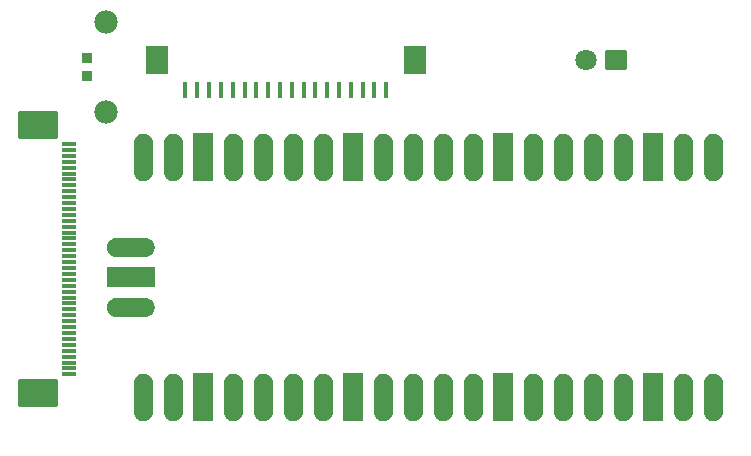
<source format=gts>
G04 Layer: TopSolderMaskLayer*
G04 EasyEDA v6.5.42, 2024-06-06 15:11:34*
G04 747d3a1ba2664cf59a20e4d60a0d89bc,449d0d4cb6024136a387a2ed91670e05,10*
G04 Gerber Generator version 0.2*
G04 Scale: 100 percent, Rotated: No, Reflected: No *
G04 Dimensions in millimeters *
G04 leading zeros omitted , absolute positions ,4 integer and 5 decimal *
%FSLAX45Y45*%
%MOMM*%

%AMMACRO1*1,1,$1,$2,$3*1,1,$1,$4,$5*1,1,$1,0-$2,0-$3*1,1,$1,0-$4,0-$5*20,1,$1,$2,$3,$4,$5,0*20,1,$1,$4,$5,0-$2,0-$3,0*20,1,$1,0-$2,0-$3,0-$4,0-$5,0*20,1,$1,0-$4,0-$5,$2,$3,0*4,1,4,$2,$3,$4,$5,0-$2,0-$3,0-$4,0-$5,$2,$3,0*%
%AMMACRO2*4,1,4,-0.8128,-2.019,-0.8128,2.019,0.8128,2.019,0.8128,-2.019,-0.8128,-2.019,0*%
%AMMACRO3*4,1,4,-2.019,-0.8128,-2.019,0.8128,2.019,0.8128,2.019,-0.8128,-2.019,-0.8128,0*%
%ADD10MACRO1,0.1016X0.85X-0.7874X-0.85X-0.7874*%
%ADD11C,1.8016*%
%ADD12MACRO2*%
%ADD13MACRO3*%
%ADD14MACRO1,0.1X0.9X-1.1X-0.9X-1.1*%
%ADD15MACRO1,0.1X0.15X-0.625X-0.15X-0.625*%
%ADD16R,1.3016X0.4016*%
%ADD17MACRO1,0.1016X-1.6497X-1.1011X-1.6497X1.1011*%
%ADD18R,0.9656X0.9081*%
%ADD19C,1.9812*%
%ADD20C,0.0152*%

%LPD*%
D10*
G01*
X5460998Y3937000D03*
D11*
G01*
X5207000Y3937000D03*
G36*
X6284468Y2909595D02*
G01*
X6280429Y2909773D01*
X6276390Y2910204D01*
X6272377Y2910814D01*
X6268415Y2911602D01*
X6264503Y2912592D01*
X6260642Y2913786D01*
X6256807Y2915183D01*
X6253073Y2916758D01*
X6249390Y2918510D01*
X6245859Y2920466D01*
X6242380Y2922574D01*
X6239052Y2924860D01*
X6235827Y2927299D01*
X6232728Y2929915D01*
X6229756Y2932658D01*
X6226911Y2935554D01*
X6224219Y2938627D01*
X6221729Y2941777D01*
X6219342Y2945053D01*
X6217132Y2948482D01*
X6215100Y2951962D01*
X6213246Y2955594D01*
X6211620Y2959277D01*
X6210122Y2963037D01*
X6208826Y2966897D01*
X6207734Y2970809D01*
X6206845Y2974771D01*
X6206134Y2978734D01*
X6205626Y2982747D01*
X6205321Y2986786D01*
X6205220Y2990773D01*
X6205220Y3232226D01*
X6205321Y3236188D01*
X6205626Y3240252D01*
X6206134Y3244265D01*
X6206845Y3248228D01*
X6207734Y3252190D01*
X6208826Y3256102D01*
X6210122Y3259962D01*
X6211620Y3263722D01*
X6213246Y3267405D01*
X6215100Y3271037D01*
X6217132Y3274517D01*
X6219342Y3277946D01*
X6221729Y3281222D01*
X6224244Y3284397D01*
X6226911Y3287420D01*
X6229731Y3290341D01*
X6232728Y3293110D01*
X6235827Y3295675D01*
X6239052Y3298139D01*
X6242380Y3300425D01*
X6245859Y3302533D01*
X6249415Y3304489D01*
X6253073Y3306216D01*
X6256807Y3307816D01*
X6260642Y3309213D01*
X6264503Y3310407D01*
X6268415Y3311397D01*
X6272377Y3312185D01*
X6276390Y3312795D01*
X6280429Y3313226D01*
X6284468Y3313404D01*
X6288531Y3313404D01*
X6292570Y3313226D01*
X6296609Y3312795D01*
X6300622Y3312185D01*
X6304584Y3311397D01*
X6308521Y3310407D01*
X6312408Y3309213D01*
X6316218Y3307816D01*
X6319926Y3306216D01*
X6323584Y3304489D01*
X6327140Y3302533D01*
X6330619Y3300425D01*
X6333947Y3298139D01*
X6337198Y3295675D01*
X6340271Y3293084D01*
X6343268Y3290341D01*
X6346088Y3287420D01*
X6348755Y3284397D01*
X6351270Y3281222D01*
X6353657Y3277946D01*
X6355867Y3274517D01*
X6357899Y3271037D01*
X6359753Y3267405D01*
X6361379Y3263722D01*
X6362877Y3259962D01*
X6364173Y3256102D01*
X6365265Y3252190D01*
X6366179Y3248253D01*
X6366890Y3244265D01*
X6367373Y3240227D01*
X6367678Y3236188D01*
X6367779Y3232226D01*
X6367779Y2990773D01*
X6367678Y2986786D01*
X6367373Y2982772D01*
X6366890Y2978734D01*
X6366179Y2974746D01*
X6365265Y2970809D01*
X6364173Y2966897D01*
X6362877Y2963037D01*
X6361379Y2959277D01*
X6359753Y2955594D01*
X6357899Y2951962D01*
X6355867Y2948482D01*
X6353657Y2945053D01*
X6351270Y2941777D01*
X6348780Y2938627D01*
X6346088Y2935554D01*
X6343243Y2932658D01*
X6340271Y2929915D01*
X6337198Y2927299D01*
X6333921Y2924835D01*
X6330619Y2922574D01*
X6327140Y2920466D01*
X6323609Y2918510D01*
X6319926Y2916758D01*
X6316192Y2915183D01*
X6312408Y2913786D01*
X6308521Y2912592D01*
X6304584Y2911602D01*
X6300622Y2910814D01*
X6296609Y2910204D01*
X6292570Y2909773D01*
X6288531Y2909595D01*
G37*
G36*
X6030468Y2909595D02*
G01*
X6026429Y2909773D01*
X6022390Y2910204D01*
X6018377Y2910814D01*
X6014415Y2911602D01*
X6010503Y2912592D01*
X6006642Y2913786D01*
X6002807Y2915183D01*
X5999073Y2916758D01*
X5995390Y2918510D01*
X5991859Y2920466D01*
X5988380Y2922574D01*
X5985052Y2924860D01*
X5981827Y2927299D01*
X5978728Y2929915D01*
X5975756Y2932658D01*
X5972911Y2935554D01*
X5970219Y2938627D01*
X5967729Y2941777D01*
X5965342Y2945053D01*
X5963132Y2948482D01*
X5961100Y2951962D01*
X5959246Y2955594D01*
X5957620Y2959277D01*
X5956122Y2963037D01*
X5954826Y2966897D01*
X5953734Y2970809D01*
X5952845Y2974771D01*
X5952134Y2978734D01*
X5951626Y2982747D01*
X5951321Y2986786D01*
X5951220Y2990773D01*
X5951220Y3232226D01*
X5951321Y3236188D01*
X5951626Y3240252D01*
X5952134Y3244265D01*
X5952845Y3248228D01*
X5953734Y3252190D01*
X5954826Y3256102D01*
X5956122Y3259962D01*
X5957620Y3263722D01*
X5959246Y3267405D01*
X5961100Y3271037D01*
X5963132Y3274517D01*
X5965342Y3277946D01*
X5967729Y3281222D01*
X5970244Y3284397D01*
X5972911Y3287420D01*
X5975731Y3290341D01*
X5978728Y3293110D01*
X5981827Y3295675D01*
X5985052Y3298139D01*
X5988380Y3300425D01*
X5991859Y3302533D01*
X5995415Y3304489D01*
X5999073Y3306216D01*
X6002807Y3307816D01*
X6006642Y3309213D01*
X6010503Y3310407D01*
X6014415Y3311397D01*
X6018377Y3312185D01*
X6022390Y3312795D01*
X6026429Y3313226D01*
X6030468Y3313404D01*
X6034531Y3313404D01*
X6038570Y3313226D01*
X6042609Y3312795D01*
X6046622Y3312185D01*
X6050584Y3311397D01*
X6054521Y3310407D01*
X6058408Y3309213D01*
X6062218Y3307816D01*
X6065926Y3306216D01*
X6069584Y3304489D01*
X6073140Y3302533D01*
X6076619Y3300425D01*
X6079947Y3298139D01*
X6083198Y3295675D01*
X6086271Y3293084D01*
X6089268Y3290341D01*
X6092088Y3287420D01*
X6094755Y3284397D01*
X6097270Y3281222D01*
X6099657Y3277946D01*
X6101867Y3274517D01*
X6103899Y3271037D01*
X6105753Y3267405D01*
X6107379Y3263722D01*
X6108877Y3259962D01*
X6110173Y3256102D01*
X6111265Y3252190D01*
X6112179Y3248253D01*
X6112890Y3244265D01*
X6113373Y3240227D01*
X6113678Y3236188D01*
X6113779Y3232226D01*
X6113779Y2990773D01*
X6113678Y2986786D01*
X6113373Y2982772D01*
X6112890Y2978734D01*
X6112179Y2974746D01*
X6111265Y2970809D01*
X6110173Y2966897D01*
X6108877Y2963037D01*
X6107379Y2959277D01*
X6105753Y2955594D01*
X6103899Y2951962D01*
X6101867Y2948482D01*
X6099657Y2945053D01*
X6097270Y2941777D01*
X6094780Y2938627D01*
X6092088Y2935554D01*
X6089243Y2932658D01*
X6086271Y2929915D01*
X6083198Y2927299D01*
X6079921Y2924835D01*
X6076619Y2922574D01*
X6073140Y2920466D01*
X6069609Y2918510D01*
X6065926Y2916758D01*
X6062192Y2915183D01*
X6058408Y2913786D01*
X6054521Y2912592D01*
X6050584Y2911602D01*
X6046622Y2910814D01*
X6042609Y2910204D01*
X6038570Y2909773D01*
X6034531Y2909595D01*
G37*
D12*
G01*
X5778500Y3111500D03*
G36*
X5522468Y2909595D02*
G01*
X5518429Y2909773D01*
X5514390Y2910204D01*
X5510377Y2910814D01*
X5506415Y2911602D01*
X5502503Y2912592D01*
X5498642Y2913786D01*
X5494807Y2915183D01*
X5491073Y2916758D01*
X5487390Y2918510D01*
X5483859Y2920466D01*
X5480380Y2922574D01*
X5477052Y2924860D01*
X5473827Y2927299D01*
X5470728Y2929915D01*
X5467756Y2932658D01*
X5464911Y2935554D01*
X5462219Y2938627D01*
X5459729Y2941777D01*
X5457342Y2945053D01*
X5455132Y2948482D01*
X5453100Y2951962D01*
X5451246Y2955594D01*
X5449620Y2959277D01*
X5448122Y2963037D01*
X5446826Y2966897D01*
X5445734Y2970809D01*
X5444845Y2974771D01*
X5444134Y2978734D01*
X5443626Y2982747D01*
X5443321Y2986786D01*
X5443220Y2990773D01*
X5443220Y3232226D01*
X5443321Y3236188D01*
X5443626Y3240252D01*
X5444134Y3244265D01*
X5444845Y3248228D01*
X5445734Y3252190D01*
X5446826Y3256102D01*
X5448122Y3259962D01*
X5449620Y3263722D01*
X5451246Y3267405D01*
X5453100Y3271037D01*
X5455132Y3274517D01*
X5457342Y3277946D01*
X5459729Y3281222D01*
X5462244Y3284397D01*
X5464911Y3287420D01*
X5467731Y3290341D01*
X5470728Y3293110D01*
X5473827Y3295675D01*
X5477052Y3298139D01*
X5480380Y3300425D01*
X5483859Y3302533D01*
X5487415Y3304489D01*
X5491073Y3306216D01*
X5494807Y3307816D01*
X5498642Y3309213D01*
X5502503Y3310407D01*
X5506415Y3311397D01*
X5510377Y3312185D01*
X5514390Y3312795D01*
X5518429Y3313226D01*
X5522468Y3313404D01*
X5526531Y3313404D01*
X5530570Y3313226D01*
X5534609Y3312795D01*
X5538622Y3312185D01*
X5542584Y3311397D01*
X5546521Y3310407D01*
X5550408Y3309213D01*
X5554218Y3307816D01*
X5557926Y3306216D01*
X5561584Y3304489D01*
X5565140Y3302533D01*
X5568619Y3300425D01*
X5571947Y3298139D01*
X5575198Y3295675D01*
X5578271Y3293084D01*
X5581268Y3290341D01*
X5584088Y3287420D01*
X5586755Y3284397D01*
X5589270Y3281222D01*
X5591657Y3277946D01*
X5593867Y3274517D01*
X5595899Y3271037D01*
X5597753Y3267405D01*
X5599379Y3263722D01*
X5600877Y3259962D01*
X5602173Y3256102D01*
X5603265Y3252190D01*
X5604179Y3248253D01*
X5604890Y3244265D01*
X5605373Y3240227D01*
X5605678Y3236188D01*
X5605779Y3232226D01*
X5605779Y2990773D01*
X5605678Y2986786D01*
X5605373Y2982772D01*
X5604890Y2978734D01*
X5604179Y2974746D01*
X5603265Y2970809D01*
X5602173Y2966897D01*
X5600877Y2963037D01*
X5599379Y2959277D01*
X5597753Y2955594D01*
X5595899Y2951962D01*
X5593867Y2948482D01*
X5591657Y2945053D01*
X5589270Y2941777D01*
X5586780Y2938627D01*
X5584088Y2935554D01*
X5581243Y2932658D01*
X5578271Y2929915D01*
X5575198Y2927299D01*
X5571921Y2924835D01*
X5568619Y2922574D01*
X5565140Y2920466D01*
X5561609Y2918510D01*
X5557926Y2916758D01*
X5554192Y2915183D01*
X5550408Y2913786D01*
X5546521Y2912592D01*
X5542584Y2911602D01*
X5538622Y2910814D01*
X5534609Y2910204D01*
X5530570Y2909773D01*
X5526531Y2909595D01*
G37*
G36*
X5268468Y2909595D02*
G01*
X5264429Y2909773D01*
X5260390Y2910204D01*
X5256377Y2910814D01*
X5252415Y2911602D01*
X5248503Y2912592D01*
X5244642Y2913786D01*
X5240807Y2915183D01*
X5237073Y2916758D01*
X5233390Y2918510D01*
X5229859Y2920466D01*
X5226380Y2922574D01*
X5223052Y2924860D01*
X5219827Y2927299D01*
X5216728Y2929915D01*
X5213756Y2932658D01*
X5210911Y2935554D01*
X5208219Y2938627D01*
X5205729Y2941777D01*
X5203342Y2945053D01*
X5201132Y2948482D01*
X5199100Y2951962D01*
X5197246Y2955594D01*
X5195620Y2959277D01*
X5194122Y2963037D01*
X5192826Y2966897D01*
X5191734Y2970809D01*
X5190845Y2974771D01*
X5190134Y2978734D01*
X5189626Y2982747D01*
X5189321Y2986786D01*
X5189220Y2990773D01*
X5189220Y3232226D01*
X5189321Y3236188D01*
X5189626Y3240252D01*
X5190134Y3244265D01*
X5190845Y3248228D01*
X5191734Y3252190D01*
X5192826Y3256102D01*
X5194122Y3259962D01*
X5195620Y3263722D01*
X5197246Y3267405D01*
X5199100Y3271037D01*
X5201132Y3274517D01*
X5203342Y3277946D01*
X5205729Y3281222D01*
X5208244Y3284397D01*
X5210911Y3287420D01*
X5213731Y3290341D01*
X5216728Y3293110D01*
X5219827Y3295675D01*
X5223052Y3298139D01*
X5226380Y3300425D01*
X5229859Y3302533D01*
X5233415Y3304489D01*
X5237073Y3306216D01*
X5240807Y3307816D01*
X5244642Y3309213D01*
X5248503Y3310407D01*
X5252415Y3311397D01*
X5256377Y3312185D01*
X5260390Y3312795D01*
X5264429Y3313226D01*
X5268468Y3313404D01*
X5272531Y3313404D01*
X5276570Y3313226D01*
X5280609Y3312795D01*
X5284622Y3312185D01*
X5288584Y3311397D01*
X5292521Y3310407D01*
X5296408Y3309213D01*
X5300218Y3307816D01*
X5303926Y3306216D01*
X5307584Y3304489D01*
X5311140Y3302533D01*
X5314619Y3300425D01*
X5317947Y3298139D01*
X5321198Y3295675D01*
X5324271Y3293084D01*
X5327268Y3290341D01*
X5330088Y3287420D01*
X5332755Y3284397D01*
X5335270Y3281222D01*
X5337657Y3277946D01*
X5339867Y3274517D01*
X5341899Y3271037D01*
X5343753Y3267405D01*
X5345379Y3263722D01*
X5346877Y3259962D01*
X5348173Y3256102D01*
X5349265Y3252190D01*
X5350179Y3248253D01*
X5350890Y3244265D01*
X5351373Y3240227D01*
X5351678Y3236188D01*
X5351779Y3232226D01*
X5351779Y2990773D01*
X5351678Y2986786D01*
X5351373Y2982772D01*
X5350890Y2978734D01*
X5350179Y2974746D01*
X5349265Y2970809D01*
X5348173Y2966897D01*
X5346877Y2963037D01*
X5345379Y2959277D01*
X5343753Y2955594D01*
X5341899Y2951962D01*
X5339867Y2948482D01*
X5337657Y2945053D01*
X5335270Y2941777D01*
X5332780Y2938627D01*
X5330088Y2935554D01*
X5327243Y2932658D01*
X5324271Y2929915D01*
X5321198Y2927299D01*
X5317921Y2924835D01*
X5314619Y2922574D01*
X5311140Y2920466D01*
X5307609Y2918510D01*
X5303926Y2916758D01*
X5300192Y2915183D01*
X5296408Y2913786D01*
X5292521Y2912592D01*
X5288584Y2911602D01*
X5284622Y2910814D01*
X5280609Y2910204D01*
X5276570Y2909773D01*
X5272531Y2909595D01*
G37*
G36*
X5014468Y2909595D02*
G01*
X5010429Y2909773D01*
X5006390Y2910204D01*
X5002377Y2910814D01*
X4998415Y2911602D01*
X4994503Y2912592D01*
X4990642Y2913786D01*
X4986807Y2915183D01*
X4983073Y2916758D01*
X4979390Y2918510D01*
X4975859Y2920466D01*
X4972380Y2922574D01*
X4969052Y2924860D01*
X4965827Y2927299D01*
X4962728Y2929915D01*
X4959756Y2932658D01*
X4956911Y2935554D01*
X4954219Y2938627D01*
X4951729Y2941777D01*
X4949342Y2945053D01*
X4947132Y2948482D01*
X4945100Y2951962D01*
X4943246Y2955594D01*
X4941620Y2959277D01*
X4940122Y2963037D01*
X4938826Y2966897D01*
X4937734Y2970809D01*
X4936845Y2974771D01*
X4936134Y2978734D01*
X4935626Y2982747D01*
X4935321Y2986786D01*
X4935220Y2990773D01*
X4935220Y3232226D01*
X4935321Y3236188D01*
X4935626Y3240252D01*
X4936134Y3244265D01*
X4936845Y3248228D01*
X4937734Y3252190D01*
X4938826Y3256102D01*
X4940122Y3259962D01*
X4941620Y3263722D01*
X4943246Y3267405D01*
X4945100Y3271037D01*
X4947132Y3274517D01*
X4949342Y3277946D01*
X4951729Y3281222D01*
X4954244Y3284397D01*
X4956911Y3287420D01*
X4959731Y3290341D01*
X4962728Y3293110D01*
X4965827Y3295675D01*
X4969052Y3298139D01*
X4972380Y3300425D01*
X4975859Y3302533D01*
X4979415Y3304489D01*
X4983073Y3306216D01*
X4986807Y3307816D01*
X4990642Y3309213D01*
X4994503Y3310407D01*
X4998415Y3311397D01*
X5002377Y3312185D01*
X5006390Y3312795D01*
X5010429Y3313226D01*
X5014468Y3313404D01*
X5018531Y3313404D01*
X5022570Y3313226D01*
X5026609Y3312795D01*
X5030622Y3312185D01*
X5034584Y3311397D01*
X5038521Y3310407D01*
X5042408Y3309213D01*
X5046218Y3307816D01*
X5049926Y3306216D01*
X5053584Y3304489D01*
X5057140Y3302533D01*
X5060619Y3300425D01*
X5063947Y3298139D01*
X5067198Y3295675D01*
X5070271Y3293084D01*
X5073268Y3290341D01*
X5076088Y3287420D01*
X5078755Y3284397D01*
X5081270Y3281222D01*
X5083657Y3277946D01*
X5085867Y3274517D01*
X5087899Y3271037D01*
X5089753Y3267405D01*
X5091379Y3263722D01*
X5092877Y3259962D01*
X5094173Y3256102D01*
X5095265Y3252190D01*
X5096179Y3248253D01*
X5096890Y3244265D01*
X5097373Y3240227D01*
X5097678Y3236188D01*
X5097779Y3232226D01*
X5097779Y2990773D01*
X5097678Y2986786D01*
X5097373Y2982772D01*
X5096890Y2978734D01*
X5096179Y2974746D01*
X5095265Y2970809D01*
X5094173Y2966897D01*
X5092877Y2963037D01*
X5091379Y2959277D01*
X5089753Y2955594D01*
X5087899Y2951962D01*
X5085867Y2948482D01*
X5083657Y2945053D01*
X5081270Y2941777D01*
X5078780Y2938627D01*
X5076088Y2935554D01*
X5073243Y2932658D01*
X5070271Y2929915D01*
X5067198Y2927299D01*
X5063921Y2924835D01*
X5060619Y2922574D01*
X5057140Y2920466D01*
X5053609Y2918510D01*
X5049926Y2916758D01*
X5046192Y2915183D01*
X5042408Y2913786D01*
X5038521Y2912592D01*
X5034584Y2911602D01*
X5030622Y2910814D01*
X5026609Y2910204D01*
X5022570Y2909773D01*
X5018531Y2909595D01*
G37*
G36*
X4760468Y2909595D02*
G01*
X4756429Y2909773D01*
X4752390Y2910204D01*
X4748377Y2910814D01*
X4744415Y2911602D01*
X4740503Y2912592D01*
X4736642Y2913786D01*
X4732807Y2915183D01*
X4729073Y2916758D01*
X4725390Y2918510D01*
X4721859Y2920466D01*
X4718380Y2922574D01*
X4715052Y2924860D01*
X4711827Y2927299D01*
X4708728Y2929915D01*
X4705756Y2932658D01*
X4702911Y2935554D01*
X4700219Y2938627D01*
X4697729Y2941777D01*
X4695342Y2945053D01*
X4693132Y2948482D01*
X4691100Y2951962D01*
X4689246Y2955594D01*
X4687620Y2959277D01*
X4686122Y2963037D01*
X4684826Y2966897D01*
X4683734Y2970809D01*
X4682845Y2974771D01*
X4682134Y2978734D01*
X4681626Y2982747D01*
X4681321Y2986786D01*
X4681220Y2990773D01*
X4681220Y3232226D01*
X4681321Y3236188D01*
X4681626Y3240252D01*
X4682134Y3244265D01*
X4682845Y3248228D01*
X4683734Y3252190D01*
X4684826Y3256102D01*
X4686122Y3259962D01*
X4687620Y3263722D01*
X4689246Y3267405D01*
X4691100Y3271037D01*
X4693132Y3274517D01*
X4695342Y3277946D01*
X4697729Y3281222D01*
X4700244Y3284397D01*
X4702911Y3287420D01*
X4705731Y3290341D01*
X4708728Y3293110D01*
X4711827Y3295675D01*
X4715052Y3298139D01*
X4718380Y3300425D01*
X4721859Y3302533D01*
X4725415Y3304489D01*
X4729073Y3306216D01*
X4732807Y3307816D01*
X4736642Y3309213D01*
X4740503Y3310407D01*
X4744415Y3311397D01*
X4748377Y3312185D01*
X4752390Y3312795D01*
X4756429Y3313226D01*
X4760468Y3313404D01*
X4764531Y3313404D01*
X4768570Y3313226D01*
X4772609Y3312795D01*
X4776622Y3312185D01*
X4780584Y3311397D01*
X4784521Y3310407D01*
X4788408Y3309213D01*
X4792218Y3307816D01*
X4795926Y3306216D01*
X4799584Y3304489D01*
X4803140Y3302533D01*
X4806619Y3300425D01*
X4809947Y3298139D01*
X4813198Y3295675D01*
X4816271Y3293084D01*
X4819268Y3290341D01*
X4822088Y3287420D01*
X4824755Y3284397D01*
X4827270Y3281222D01*
X4829657Y3277946D01*
X4831867Y3274517D01*
X4833899Y3271037D01*
X4835753Y3267405D01*
X4837379Y3263722D01*
X4838877Y3259962D01*
X4840173Y3256102D01*
X4841265Y3252190D01*
X4842179Y3248253D01*
X4842890Y3244265D01*
X4843373Y3240227D01*
X4843678Y3236188D01*
X4843779Y3232226D01*
X4843779Y2990773D01*
X4843678Y2986786D01*
X4843373Y2982772D01*
X4842890Y2978734D01*
X4842179Y2974746D01*
X4841265Y2970809D01*
X4840173Y2966897D01*
X4838877Y2963037D01*
X4837379Y2959277D01*
X4835753Y2955594D01*
X4833899Y2951962D01*
X4831867Y2948482D01*
X4829657Y2945053D01*
X4827270Y2941777D01*
X4824780Y2938627D01*
X4822088Y2935554D01*
X4819243Y2932658D01*
X4816271Y2929915D01*
X4813198Y2927299D01*
X4809921Y2924835D01*
X4806619Y2922574D01*
X4803140Y2920466D01*
X4799609Y2918510D01*
X4795926Y2916758D01*
X4792192Y2915183D01*
X4788408Y2913786D01*
X4784521Y2912592D01*
X4780584Y2911602D01*
X4776622Y2910814D01*
X4772609Y2910204D01*
X4768570Y2909773D01*
X4764531Y2909595D01*
G37*
G36*
X4252468Y2909595D02*
G01*
X4248429Y2909773D01*
X4244390Y2910204D01*
X4240377Y2910814D01*
X4236415Y2911602D01*
X4232503Y2912592D01*
X4228642Y2913786D01*
X4224807Y2915183D01*
X4221073Y2916758D01*
X4217390Y2918510D01*
X4213859Y2920466D01*
X4210380Y2922574D01*
X4207052Y2924860D01*
X4203827Y2927299D01*
X4200728Y2929915D01*
X4197756Y2932658D01*
X4194911Y2935554D01*
X4192219Y2938627D01*
X4189729Y2941777D01*
X4187342Y2945053D01*
X4185132Y2948482D01*
X4183100Y2951962D01*
X4181246Y2955594D01*
X4179620Y2959277D01*
X4178122Y2963037D01*
X4176826Y2966897D01*
X4175734Y2970809D01*
X4174845Y2974746D01*
X4174109Y2978734D01*
X4173626Y2982772D01*
X4173321Y2986786D01*
X4173220Y2990773D01*
X4173220Y3232226D01*
X4173321Y3236188D01*
X4173626Y3240227D01*
X4174109Y3244265D01*
X4174845Y3248253D01*
X4175734Y3252190D01*
X4176826Y3256102D01*
X4178122Y3259962D01*
X4179620Y3263722D01*
X4181246Y3267405D01*
X4183100Y3271037D01*
X4185132Y3274517D01*
X4187342Y3277946D01*
X4189729Y3281222D01*
X4192244Y3284397D01*
X4194911Y3287420D01*
X4197731Y3290341D01*
X4200728Y3293110D01*
X4203827Y3295675D01*
X4207052Y3298139D01*
X4210380Y3300425D01*
X4213859Y3302533D01*
X4217415Y3304489D01*
X4221073Y3306216D01*
X4224807Y3307816D01*
X4228642Y3309213D01*
X4232503Y3310407D01*
X4236415Y3311397D01*
X4240377Y3312185D01*
X4244390Y3312795D01*
X4248429Y3313226D01*
X4252468Y3313404D01*
X4256531Y3313404D01*
X4260570Y3313226D01*
X4264609Y3312795D01*
X4268622Y3312185D01*
X4272584Y3311397D01*
X4276521Y3310407D01*
X4280408Y3309213D01*
X4284218Y3307816D01*
X4287926Y3306216D01*
X4291584Y3304489D01*
X4295140Y3302533D01*
X4298619Y3300425D01*
X4301947Y3298139D01*
X4305198Y3295675D01*
X4308271Y3293084D01*
X4311268Y3290341D01*
X4314088Y3287420D01*
X4316755Y3284397D01*
X4319270Y3281222D01*
X4321657Y3277946D01*
X4323867Y3274517D01*
X4325899Y3271037D01*
X4327753Y3267405D01*
X4329379Y3263722D01*
X4330877Y3259962D01*
X4332173Y3256102D01*
X4333265Y3252190D01*
X4334154Y3248253D01*
X4334890Y3244265D01*
X4335373Y3240227D01*
X4335678Y3236188D01*
X4335779Y3232226D01*
X4335779Y2990773D01*
X4335678Y2986786D01*
X4335373Y2982772D01*
X4334890Y2978734D01*
X4334154Y2974746D01*
X4333265Y2970809D01*
X4332173Y2966897D01*
X4330877Y2963037D01*
X4329379Y2959277D01*
X4327753Y2955594D01*
X4325899Y2951962D01*
X4323867Y2948482D01*
X4321657Y2945053D01*
X4319270Y2941777D01*
X4316780Y2938627D01*
X4314088Y2935554D01*
X4311243Y2932658D01*
X4308271Y2929915D01*
X4305198Y2927299D01*
X4301921Y2924835D01*
X4298619Y2922574D01*
X4295140Y2920466D01*
X4291609Y2918510D01*
X4287926Y2916758D01*
X4284192Y2915183D01*
X4280408Y2913786D01*
X4276521Y2912592D01*
X4272584Y2911602D01*
X4268622Y2910814D01*
X4264609Y2910204D01*
X4260570Y2909773D01*
X4256531Y2909595D01*
G37*
G36*
X3998468Y2909595D02*
G01*
X3994429Y2909773D01*
X3990390Y2910204D01*
X3986377Y2910814D01*
X3982415Y2911602D01*
X3978503Y2912592D01*
X3974642Y2913786D01*
X3970807Y2915183D01*
X3967073Y2916758D01*
X3963390Y2918510D01*
X3959859Y2920466D01*
X3956380Y2922574D01*
X3953052Y2924860D01*
X3949827Y2927299D01*
X3946728Y2929915D01*
X3943756Y2932658D01*
X3940911Y2935554D01*
X3938219Y2938627D01*
X3935729Y2941777D01*
X3933342Y2945053D01*
X3931132Y2948482D01*
X3929100Y2951962D01*
X3927246Y2955594D01*
X3925620Y2959277D01*
X3924122Y2963037D01*
X3922826Y2966897D01*
X3921734Y2970809D01*
X3920845Y2974746D01*
X3920109Y2978734D01*
X3919626Y2982772D01*
X3919321Y2986786D01*
X3919220Y2990773D01*
X3919220Y3232226D01*
X3919321Y3236188D01*
X3919626Y3240227D01*
X3920109Y3244265D01*
X3920845Y3248253D01*
X3921734Y3252190D01*
X3922826Y3256102D01*
X3924122Y3259962D01*
X3925620Y3263722D01*
X3927246Y3267405D01*
X3929100Y3271037D01*
X3931132Y3274517D01*
X3933342Y3277946D01*
X3935729Y3281222D01*
X3938244Y3284397D01*
X3940911Y3287420D01*
X3943731Y3290341D01*
X3946728Y3293110D01*
X3949827Y3295675D01*
X3953052Y3298139D01*
X3956380Y3300425D01*
X3959859Y3302533D01*
X3963415Y3304489D01*
X3967073Y3306216D01*
X3970807Y3307816D01*
X3974642Y3309213D01*
X3978503Y3310407D01*
X3982415Y3311397D01*
X3986377Y3312185D01*
X3990390Y3312795D01*
X3994429Y3313226D01*
X3998468Y3313404D01*
X4002531Y3313404D01*
X4006570Y3313226D01*
X4010609Y3312795D01*
X4014622Y3312185D01*
X4018584Y3311397D01*
X4022521Y3310407D01*
X4026408Y3309213D01*
X4030218Y3307816D01*
X4033926Y3306216D01*
X4037584Y3304489D01*
X4041140Y3302533D01*
X4044619Y3300425D01*
X4047947Y3298139D01*
X4051198Y3295675D01*
X4054271Y3293084D01*
X4057268Y3290341D01*
X4060088Y3287420D01*
X4062755Y3284397D01*
X4065270Y3281222D01*
X4067657Y3277946D01*
X4069867Y3274517D01*
X4071899Y3271037D01*
X4073753Y3267405D01*
X4075379Y3263722D01*
X4076877Y3259962D01*
X4078173Y3256102D01*
X4079265Y3252190D01*
X4080154Y3248253D01*
X4080890Y3244265D01*
X4081373Y3240227D01*
X4081678Y3236188D01*
X4081779Y3232226D01*
X4081779Y2990773D01*
X4081678Y2986786D01*
X4081373Y2982772D01*
X4080890Y2978734D01*
X4080154Y2974746D01*
X4079265Y2970809D01*
X4078173Y2966897D01*
X4076877Y2963037D01*
X4075379Y2959277D01*
X4073753Y2955594D01*
X4071899Y2951962D01*
X4069867Y2948482D01*
X4067657Y2945053D01*
X4065270Y2941777D01*
X4062780Y2938627D01*
X4060088Y2935554D01*
X4057243Y2932658D01*
X4054271Y2929915D01*
X4051198Y2927299D01*
X4047921Y2924835D01*
X4044619Y2922574D01*
X4041140Y2920466D01*
X4037609Y2918510D01*
X4033926Y2916758D01*
X4030192Y2915183D01*
X4026408Y2913786D01*
X4022521Y2912592D01*
X4018584Y2911602D01*
X4014622Y2910814D01*
X4010609Y2910204D01*
X4006570Y2909773D01*
X4002531Y2909595D01*
G37*
G36*
X3744468Y2909595D02*
G01*
X3740429Y2909773D01*
X3736390Y2910204D01*
X3732377Y2910814D01*
X3728415Y2911602D01*
X3724503Y2912592D01*
X3720642Y2913786D01*
X3716807Y2915183D01*
X3713073Y2916758D01*
X3709390Y2918510D01*
X3705859Y2920466D01*
X3702380Y2922574D01*
X3699052Y2924860D01*
X3695827Y2927299D01*
X3692728Y2929915D01*
X3689756Y2932658D01*
X3686911Y2935554D01*
X3684219Y2938627D01*
X3681729Y2941777D01*
X3679342Y2945053D01*
X3677132Y2948482D01*
X3675100Y2951962D01*
X3673246Y2955594D01*
X3671620Y2959277D01*
X3670122Y2963037D01*
X3668826Y2966897D01*
X3667734Y2970809D01*
X3666845Y2974746D01*
X3666109Y2978734D01*
X3665626Y2982772D01*
X3665321Y2986786D01*
X3665220Y2990773D01*
X3665220Y3232226D01*
X3665321Y3236188D01*
X3665626Y3240227D01*
X3666109Y3244265D01*
X3666845Y3248253D01*
X3667734Y3252190D01*
X3668826Y3256102D01*
X3670122Y3259962D01*
X3671620Y3263722D01*
X3673246Y3267405D01*
X3675100Y3271037D01*
X3677132Y3274517D01*
X3679342Y3277946D01*
X3681729Y3281222D01*
X3684244Y3284397D01*
X3686911Y3287420D01*
X3689731Y3290341D01*
X3692728Y3293110D01*
X3695827Y3295675D01*
X3699052Y3298139D01*
X3702380Y3300425D01*
X3705859Y3302533D01*
X3709415Y3304489D01*
X3713073Y3306216D01*
X3716807Y3307816D01*
X3720642Y3309213D01*
X3724503Y3310407D01*
X3728415Y3311397D01*
X3732377Y3312185D01*
X3736390Y3312795D01*
X3740429Y3313226D01*
X3744468Y3313404D01*
X3748531Y3313404D01*
X3752570Y3313226D01*
X3756609Y3312795D01*
X3760622Y3312185D01*
X3764584Y3311397D01*
X3768521Y3310407D01*
X3772408Y3309213D01*
X3776218Y3307816D01*
X3779926Y3306216D01*
X3783584Y3304489D01*
X3787140Y3302533D01*
X3790619Y3300425D01*
X3793947Y3298139D01*
X3797198Y3295675D01*
X3800271Y3293084D01*
X3803268Y3290341D01*
X3806088Y3287420D01*
X3808755Y3284397D01*
X3811270Y3281222D01*
X3813657Y3277946D01*
X3815867Y3274517D01*
X3817899Y3271037D01*
X3819753Y3267405D01*
X3821379Y3263722D01*
X3822877Y3259962D01*
X3824173Y3256102D01*
X3825265Y3252190D01*
X3826154Y3248253D01*
X3826890Y3244265D01*
X3827373Y3240227D01*
X3827678Y3236188D01*
X3827779Y3232226D01*
X3827779Y2990773D01*
X3827678Y2986786D01*
X3827373Y2982772D01*
X3826890Y2978734D01*
X3826154Y2974746D01*
X3825265Y2970809D01*
X3824173Y2966897D01*
X3822877Y2963037D01*
X3821379Y2959277D01*
X3819753Y2955594D01*
X3817899Y2951962D01*
X3815867Y2948482D01*
X3813657Y2945053D01*
X3811270Y2941777D01*
X3808780Y2938627D01*
X3806088Y2935554D01*
X3803243Y2932658D01*
X3800271Y2929915D01*
X3797198Y2927299D01*
X3793921Y2924835D01*
X3790619Y2922574D01*
X3787140Y2920466D01*
X3783609Y2918510D01*
X3779926Y2916758D01*
X3776192Y2915183D01*
X3772408Y2913786D01*
X3768521Y2912592D01*
X3764584Y2911602D01*
X3760622Y2910814D01*
X3756609Y2910204D01*
X3752570Y2909773D01*
X3748531Y2909595D01*
G37*
G36*
X3490468Y2909595D02*
G01*
X3486429Y2909773D01*
X3482390Y2910204D01*
X3478377Y2910814D01*
X3474415Y2911602D01*
X3470503Y2912592D01*
X3466642Y2913786D01*
X3462807Y2915183D01*
X3459073Y2916758D01*
X3455390Y2918510D01*
X3451859Y2920466D01*
X3448380Y2922574D01*
X3445052Y2924860D01*
X3441827Y2927299D01*
X3438728Y2929915D01*
X3435756Y2932658D01*
X3432911Y2935554D01*
X3430219Y2938627D01*
X3427729Y2941777D01*
X3425342Y2945053D01*
X3423132Y2948482D01*
X3421100Y2951962D01*
X3419246Y2955594D01*
X3417620Y2959277D01*
X3416122Y2963037D01*
X3414826Y2966897D01*
X3413734Y2970809D01*
X3412845Y2974746D01*
X3412109Y2978734D01*
X3411626Y2982772D01*
X3411321Y2986786D01*
X3411220Y2990773D01*
X3411220Y3232226D01*
X3411321Y3236188D01*
X3411626Y3240227D01*
X3412109Y3244265D01*
X3412845Y3248253D01*
X3413734Y3252190D01*
X3414826Y3256102D01*
X3416122Y3259962D01*
X3417620Y3263722D01*
X3419246Y3267405D01*
X3421100Y3271037D01*
X3423132Y3274517D01*
X3425342Y3277946D01*
X3427729Y3281222D01*
X3430244Y3284397D01*
X3432911Y3287420D01*
X3435731Y3290341D01*
X3438728Y3293110D01*
X3441827Y3295675D01*
X3445052Y3298139D01*
X3448380Y3300425D01*
X3451859Y3302533D01*
X3455415Y3304489D01*
X3459073Y3306216D01*
X3462807Y3307816D01*
X3466642Y3309213D01*
X3470503Y3310407D01*
X3474415Y3311397D01*
X3478377Y3312185D01*
X3482390Y3312795D01*
X3486429Y3313226D01*
X3490468Y3313404D01*
X3494531Y3313404D01*
X3498570Y3313226D01*
X3502609Y3312795D01*
X3506622Y3312185D01*
X3510584Y3311397D01*
X3514521Y3310407D01*
X3518408Y3309213D01*
X3522218Y3307816D01*
X3525926Y3306216D01*
X3529584Y3304489D01*
X3533140Y3302533D01*
X3536619Y3300425D01*
X3539947Y3298139D01*
X3543198Y3295675D01*
X3546271Y3293084D01*
X3549268Y3290341D01*
X3552088Y3287420D01*
X3554755Y3284397D01*
X3557270Y3281222D01*
X3559657Y3277946D01*
X3561867Y3274517D01*
X3563899Y3271037D01*
X3565753Y3267405D01*
X3567379Y3263722D01*
X3568877Y3259962D01*
X3570173Y3256102D01*
X3571265Y3252190D01*
X3572154Y3248253D01*
X3572890Y3244265D01*
X3573373Y3240227D01*
X3573678Y3236188D01*
X3573779Y3232226D01*
X3573779Y2990773D01*
X3573678Y2986786D01*
X3573373Y2982772D01*
X3572890Y2978734D01*
X3572154Y2974746D01*
X3571265Y2970809D01*
X3570173Y2966897D01*
X3568877Y2963037D01*
X3567379Y2959277D01*
X3565753Y2955594D01*
X3563899Y2951962D01*
X3561867Y2948482D01*
X3559657Y2945053D01*
X3557270Y2941777D01*
X3554780Y2938627D01*
X3552088Y2935554D01*
X3549243Y2932658D01*
X3546271Y2929915D01*
X3543198Y2927299D01*
X3539921Y2924835D01*
X3536619Y2922574D01*
X3533140Y2920466D01*
X3529609Y2918510D01*
X3525926Y2916758D01*
X3522192Y2915183D01*
X3518408Y2913786D01*
X3514521Y2912592D01*
X3510584Y2911602D01*
X3506622Y2910814D01*
X3502609Y2910204D01*
X3498570Y2909773D01*
X3494531Y2909595D01*
G37*
G36*
X2982468Y2909595D02*
G01*
X2978429Y2909773D01*
X2974390Y2910204D01*
X2970377Y2910814D01*
X2966415Y2911602D01*
X2962503Y2912592D01*
X2958642Y2913786D01*
X2954807Y2915183D01*
X2951073Y2916758D01*
X2947390Y2918510D01*
X2943859Y2920466D01*
X2940380Y2922574D01*
X2937052Y2924860D01*
X2933827Y2927299D01*
X2930728Y2929915D01*
X2927756Y2932658D01*
X2924911Y2935554D01*
X2922219Y2938627D01*
X2919729Y2941777D01*
X2917342Y2945053D01*
X2915132Y2948482D01*
X2913100Y2951962D01*
X2911246Y2955594D01*
X2909620Y2959277D01*
X2908122Y2963037D01*
X2906826Y2966897D01*
X2905734Y2970809D01*
X2904845Y2974746D01*
X2904109Y2978734D01*
X2903626Y2982772D01*
X2903321Y2986786D01*
X2903220Y2990773D01*
X2903220Y3232226D01*
X2903321Y3236188D01*
X2903626Y3240227D01*
X2904109Y3244265D01*
X2904845Y3248253D01*
X2905734Y3252190D01*
X2906826Y3256102D01*
X2908122Y3259962D01*
X2909620Y3263722D01*
X2911246Y3267405D01*
X2913100Y3271037D01*
X2915132Y3274517D01*
X2917342Y3277946D01*
X2919729Y3281222D01*
X2922244Y3284397D01*
X2924911Y3287420D01*
X2927731Y3290341D01*
X2930728Y3293110D01*
X2933827Y3295675D01*
X2937052Y3298139D01*
X2940380Y3300425D01*
X2943859Y3302533D01*
X2947415Y3304489D01*
X2951073Y3306216D01*
X2954807Y3307816D01*
X2958642Y3309213D01*
X2962503Y3310407D01*
X2966415Y3311397D01*
X2970377Y3312185D01*
X2974390Y3312795D01*
X2978429Y3313226D01*
X2982468Y3313404D01*
X2986531Y3313404D01*
X2990570Y3313226D01*
X2994609Y3312795D01*
X2998622Y3312185D01*
X3002584Y3311397D01*
X3006521Y3310407D01*
X3010408Y3309213D01*
X3014218Y3307816D01*
X3017926Y3306216D01*
X3021584Y3304489D01*
X3025140Y3302533D01*
X3028619Y3300425D01*
X3031947Y3298139D01*
X3035198Y3295675D01*
X3038271Y3293084D01*
X3041268Y3290341D01*
X3044088Y3287420D01*
X3046755Y3284397D01*
X3049270Y3281222D01*
X3051657Y3277946D01*
X3053867Y3274517D01*
X3055899Y3271037D01*
X3057753Y3267405D01*
X3059379Y3263722D01*
X3060877Y3259962D01*
X3062173Y3256102D01*
X3063265Y3252190D01*
X3064154Y3248253D01*
X3064890Y3244265D01*
X3065373Y3240227D01*
X3065678Y3236188D01*
X3065779Y3232226D01*
X3065779Y2990773D01*
X3065678Y2986786D01*
X3065373Y2982772D01*
X3064890Y2978734D01*
X3064154Y2974746D01*
X3063265Y2970809D01*
X3062173Y2966897D01*
X3060877Y2963037D01*
X3059379Y2959277D01*
X3057753Y2955594D01*
X3055899Y2951962D01*
X3053867Y2948482D01*
X3051657Y2945053D01*
X3049270Y2941777D01*
X3046780Y2938627D01*
X3044088Y2935554D01*
X3041243Y2932658D01*
X3038271Y2929915D01*
X3035198Y2927299D01*
X3031921Y2924835D01*
X3028619Y2922574D01*
X3025140Y2920466D01*
X3021609Y2918510D01*
X3017926Y2916758D01*
X3014192Y2915183D01*
X3010408Y2913786D01*
X3006521Y2912592D01*
X3002584Y2911602D01*
X2998622Y2910814D01*
X2994609Y2910204D01*
X2990570Y2909773D01*
X2986531Y2909595D01*
G37*
G36*
X2728468Y2909595D02*
G01*
X2724429Y2909773D01*
X2720390Y2910204D01*
X2716377Y2910814D01*
X2712415Y2911602D01*
X2708503Y2912592D01*
X2704642Y2913786D01*
X2700807Y2915183D01*
X2697073Y2916758D01*
X2693390Y2918510D01*
X2689859Y2920466D01*
X2686380Y2922574D01*
X2683052Y2924860D01*
X2679827Y2927299D01*
X2676728Y2929915D01*
X2673756Y2932658D01*
X2670911Y2935554D01*
X2668219Y2938627D01*
X2665729Y2941777D01*
X2663342Y2945053D01*
X2661132Y2948482D01*
X2659100Y2951962D01*
X2657246Y2955594D01*
X2655620Y2959277D01*
X2654122Y2963037D01*
X2652826Y2966897D01*
X2651734Y2970809D01*
X2650845Y2974746D01*
X2650109Y2978734D01*
X2649626Y2982772D01*
X2649321Y2986786D01*
X2649220Y2990773D01*
X2649220Y3232226D01*
X2649321Y3236188D01*
X2649626Y3240227D01*
X2650109Y3244265D01*
X2650845Y3248253D01*
X2651734Y3252190D01*
X2652826Y3256102D01*
X2654122Y3259962D01*
X2655620Y3263722D01*
X2657246Y3267405D01*
X2659100Y3271037D01*
X2661132Y3274517D01*
X2663342Y3277946D01*
X2665729Y3281222D01*
X2668244Y3284397D01*
X2670911Y3287420D01*
X2673731Y3290341D01*
X2676728Y3293110D01*
X2679827Y3295675D01*
X2683052Y3298139D01*
X2686380Y3300425D01*
X2689859Y3302533D01*
X2693415Y3304489D01*
X2697073Y3306216D01*
X2700807Y3307816D01*
X2704642Y3309213D01*
X2708503Y3310407D01*
X2712415Y3311397D01*
X2716377Y3312185D01*
X2720390Y3312795D01*
X2724429Y3313226D01*
X2728468Y3313404D01*
X2732531Y3313404D01*
X2736570Y3313226D01*
X2740609Y3312795D01*
X2744622Y3312185D01*
X2748584Y3311397D01*
X2752521Y3310407D01*
X2756408Y3309213D01*
X2760218Y3307816D01*
X2763926Y3306216D01*
X2767584Y3304489D01*
X2771140Y3302533D01*
X2774619Y3300425D01*
X2777947Y3298139D01*
X2781198Y3295675D01*
X2784271Y3293084D01*
X2787268Y3290341D01*
X2790088Y3287420D01*
X2792755Y3284397D01*
X2795270Y3281222D01*
X2797657Y3277946D01*
X2799867Y3274517D01*
X2801899Y3271037D01*
X2803753Y3267405D01*
X2805379Y3263722D01*
X2806877Y3259962D01*
X2808173Y3256102D01*
X2809265Y3252190D01*
X2810154Y3248253D01*
X2810890Y3244265D01*
X2811373Y3240227D01*
X2811678Y3236188D01*
X2811779Y3232226D01*
X2811779Y2990773D01*
X2811678Y2986786D01*
X2811373Y2982772D01*
X2810890Y2978734D01*
X2810154Y2974746D01*
X2809265Y2970809D01*
X2808173Y2966897D01*
X2806877Y2963037D01*
X2805379Y2959277D01*
X2803753Y2955594D01*
X2801899Y2951962D01*
X2799867Y2948482D01*
X2797657Y2945053D01*
X2795270Y2941777D01*
X2792780Y2938627D01*
X2790088Y2935554D01*
X2787243Y2932658D01*
X2784271Y2929915D01*
X2781198Y2927299D01*
X2777921Y2924835D01*
X2774619Y2922574D01*
X2771140Y2920466D01*
X2767609Y2918510D01*
X2763926Y2916758D01*
X2760192Y2915183D01*
X2756408Y2913786D01*
X2752521Y2912592D01*
X2748584Y2911602D01*
X2744622Y2910814D01*
X2740609Y2910204D01*
X2736570Y2909773D01*
X2732531Y2909595D01*
G37*
G36*
X2474468Y2909595D02*
G01*
X2470429Y2909773D01*
X2466390Y2910204D01*
X2462377Y2910814D01*
X2458415Y2911602D01*
X2454503Y2912592D01*
X2450642Y2913786D01*
X2446807Y2915183D01*
X2443073Y2916758D01*
X2439390Y2918510D01*
X2435859Y2920466D01*
X2432380Y2922574D01*
X2429052Y2924860D01*
X2425827Y2927299D01*
X2422728Y2929915D01*
X2419756Y2932658D01*
X2416911Y2935554D01*
X2414219Y2938627D01*
X2411729Y2941777D01*
X2409342Y2945053D01*
X2407132Y2948482D01*
X2405100Y2951962D01*
X2403246Y2955594D01*
X2401620Y2959277D01*
X2400122Y2963037D01*
X2398826Y2966897D01*
X2397734Y2970809D01*
X2396845Y2974746D01*
X2396109Y2978734D01*
X2395626Y2982772D01*
X2395321Y2986786D01*
X2395220Y2990773D01*
X2395220Y3232226D01*
X2395321Y3236188D01*
X2395626Y3240227D01*
X2396109Y3244265D01*
X2396845Y3248253D01*
X2397734Y3252190D01*
X2398826Y3256102D01*
X2400122Y3259962D01*
X2401620Y3263722D01*
X2403246Y3267405D01*
X2405100Y3271037D01*
X2407132Y3274517D01*
X2409342Y3277946D01*
X2411729Y3281222D01*
X2414244Y3284397D01*
X2416911Y3287420D01*
X2419731Y3290341D01*
X2422728Y3293110D01*
X2425827Y3295675D01*
X2429052Y3298139D01*
X2432380Y3300425D01*
X2435859Y3302533D01*
X2439415Y3304489D01*
X2443073Y3306216D01*
X2446807Y3307816D01*
X2450642Y3309213D01*
X2454503Y3310407D01*
X2458415Y3311397D01*
X2462377Y3312185D01*
X2466390Y3312795D01*
X2470429Y3313226D01*
X2474468Y3313404D01*
X2478531Y3313404D01*
X2482570Y3313226D01*
X2486609Y3312795D01*
X2490622Y3312185D01*
X2494584Y3311397D01*
X2498521Y3310407D01*
X2502408Y3309213D01*
X2506218Y3307816D01*
X2509926Y3306216D01*
X2513584Y3304489D01*
X2517140Y3302533D01*
X2520619Y3300425D01*
X2523947Y3298139D01*
X2527198Y3295675D01*
X2530271Y3293084D01*
X2533268Y3290341D01*
X2536088Y3287420D01*
X2538755Y3284397D01*
X2541270Y3281222D01*
X2543657Y3277946D01*
X2545867Y3274517D01*
X2547899Y3271037D01*
X2549753Y3267405D01*
X2551379Y3263722D01*
X2552877Y3259962D01*
X2554173Y3256102D01*
X2555265Y3252190D01*
X2556154Y3248253D01*
X2556890Y3244265D01*
X2557373Y3240227D01*
X2557678Y3236188D01*
X2557779Y3232226D01*
X2557779Y2990773D01*
X2557678Y2986786D01*
X2557373Y2982772D01*
X2556890Y2978734D01*
X2556154Y2974746D01*
X2555265Y2970809D01*
X2554173Y2966897D01*
X2552877Y2963037D01*
X2551379Y2959277D01*
X2549753Y2955594D01*
X2547899Y2951962D01*
X2545867Y2948482D01*
X2543657Y2945053D01*
X2541270Y2941777D01*
X2538780Y2938627D01*
X2536088Y2935554D01*
X2533243Y2932658D01*
X2530271Y2929915D01*
X2527198Y2927299D01*
X2523921Y2924835D01*
X2520619Y2922574D01*
X2517140Y2920466D01*
X2513609Y2918510D01*
X2509926Y2916758D01*
X2506192Y2915183D01*
X2502408Y2913786D01*
X2498521Y2912592D01*
X2494584Y2911602D01*
X2490622Y2910814D01*
X2486609Y2910204D01*
X2482570Y2909773D01*
X2478531Y2909595D01*
G37*
G36*
X2220468Y2909595D02*
G01*
X2216429Y2909773D01*
X2212390Y2910204D01*
X2208377Y2910814D01*
X2204415Y2911602D01*
X2200503Y2912592D01*
X2196642Y2913786D01*
X2192807Y2915183D01*
X2189073Y2916758D01*
X2185390Y2918510D01*
X2181859Y2920466D01*
X2178380Y2922574D01*
X2175052Y2924860D01*
X2171827Y2927299D01*
X2168728Y2929915D01*
X2165756Y2932658D01*
X2162911Y2935554D01*
X2160219Y2938627D01*
X2157729Y2941777D01*
X2155342Y2945053D01*
X2153132Y2948482D01*
X2151100Y2951962D01*
X2149246Y2955594D01*
X2147620Y2959277D01*
X2146122Y2963037D01*
X2144826Y2966897D01*
X2143734Y2970809D01*
X2142845Y2974746D01*
X2142109Y2978734D01*
X2141626Y2982772D01*
X2141321Y2986786D01*
X2141220Y2990773D01*
X2141220Y3232226D01*
X2141321Y3236188D01*
X2141626Y3240227D01*
X2142109Y3244265D01*
X2142845Y3248253D01*
X2143734Y3252190D01*
X2144826Y3256102D01*
X2146122Y3259962D01*
X2147620Y3263722D01*
X2149246Y3267405D01*
X2151100Y3271037D01*
X2153132Y3274517D01*
X2155342Y3277946D01*
X2157729Y3281222D01*
X2160244Y3284397D01*
X2162911Y3287420D01*
X2165731Y3290341D01*
X2168728Y3293110D01*
X2171827Y3295675D01*
X2175052Y3298139D01*
X2178380Y3300425D01*
X2181859Y3302533D01*
X2185415Y3304489D01*
X2189073Y3306216D01*
X2192807Y3307816D01*
X2196642Y3309213D01*
X2200503Y3310407D01*
X2204415Y3311397D01*
X2208377Y3312185D01*
X2212390Y3312795D01*
X2216429Y3313226D01*
X2220468Y3313404D01*
X2224531Y3313404D01*
X2228570Y3313226D01*
X2232609Y3312795D01*
X2236622Y3312185D01*
X2240584Y3311397D01*
X2244521Y3310407D01*
X2248408Y3309213D01*
X2252218Y3307816D01*
X2255926Y3306216D01*
X2259584Y3304489D01*
X2263140Y3302533D01*
X2266619Y3300425D01*
X2269947Y3298139D01*
X2273198Y3295675D01*
X2276271Y3293084D01*
X2279268Y3290341D01*
X2282088Y3287420D01*
X2284755Y3284397D01*
X2287270Y3281222D01*
X2289657Y3277946D01*
X2291867Y3274517D01*
X2293899Y3271037D01*
X2295753Y3267405D01*
X2297379Y3263722D01*
X2298877Y3259962D01*
X2300173Y3256102D01*
X2301265Y3252190D01*
X2302154Y3248253D01*
X2302890Y3244265D01*
X2303373Y3240227D01*
X2303678Y3236188D01*
X2303779Y3232226D01*
X2303779Y2990773D01*
X2303678Y2986786D01*
X2303373Y2982772D01*
X2302890Y2978734D01*
X2302154Y2974746D01*
X2301265Y2970809D01*
X2300173Y2966897D01*
X2298877Y2963037D01*
X2297379Y2959277D01*
X2295753Y2955594D01*
X2293899Y2951962D01*
X2291867Y2948482D01*
X2289657Y2945053D01*
X2287270Y2941777D01*
X2284780Y2938627D01*
X2282088Y2935554D01*
X2279243Y2932658D01*
X2276271Y2929915D01*
X2273198Y2927299D01*
X2269921Y2924835D01*
X2266619Y2922574D01*
X2263140Y2920466D01*
X2259609Y2918510D01*
X2255926Y2916758D01*
X2252192Y2915183D01*
X2248408Y2913786D01*
X2244521Y2912592D01*
X2240584Y2911602D01*
X2236622Y2910814D01*
X2232609Y2910204D01*
X2228570Y2909773D01*
X2224531Y2909595D01*
G37*
G36*
X1712468Y2909595D02*
G01*
X1708429Y2909773D01*
X1704390Y2910204D01*
X1700377Y2910814D01*
X1696415Y2911602D01*
X1692503Y2912592D01*
X1688642Y2913786D01*
X1684807Y2915183D01*
X1681073Y2916758D01*
X1677390Y2918510D01*
X1673860Y2920466D01*
X1670380Y2922574D01*
X1667052Y2924860D01*
X1663827Y2927299D01*
X1660728Y2929915D01*
X1657756Y2932658D01*
X1654911Y2935554D01*
X1652219Y2938627D01*
X1649729Y2941777D01*
X1647342Y2945053D01*
X1645132Y2948482D01*
X1643100Y2951962D01*
X1641246Y2955594D01*
X1639620Y2959277D01*
X1638122Y2963037D01*
X1636826Y2966897D01*
X1635734Y2970809D01*
X1634845Y2974771D01*
X1634134Y2978734D01*
X1633626Y2982747D01*
X1633321Y2986786D01*
X1633220Y2990773D01*
X1633220Y3232226D01*
X1633321Y3236188D01*
X1633626Y3240252D01*
X1634134Y3244265D01*
X1634845Y3248228D01*
X1635734Y3252190D01*
X1636826Y3256102D01*
X1638122Y3259962D01*
X1639620Y3263722D01*
X1641246Y3267405D01*
X1643100Y3271037D01*
X1645132Y3274517D01*
X1647342Y3277946D01*
X1649729Y3281222D01*
X1652244Y3284397D01*
X1654911Y3287420D01*
X1657730Y3290341D01*
X1660728Y3293110D01*
X1663827Y3295675D01*
X1667052Y3298139D01*
X1670380Y3300425D01*
X1673860Y3302533D01*
X1677415Y3304489D01*
X1681073Y3306216D01*
X1684807Y3307816D01*
X1688642Y3309213D01*
X1692503Y3310407D01*
X1696415Y3311397D01*
X1700377Y3312185D01*
X1704390Y3312795D01*
X1708429Y3313226D01*
X1712468Y3313404D01*
X1716531Y3313404D01*
X1720570Y3313226D01*
X1724609Y3312795D01*
X1728622Y3312185D01*
X1732584Y3311397D01*
X1736521Y3310407D01*
X1740407Y3309213D01*
X1744218Y3307816D01*
X1747926Y3306216D01*
X1751584Y3304489D01*
X1755139Y3302533D01*
X1758619Y3300425D01*
X1761947Y3298139D01*
X1765198Y3295675D01*
X1768271Y3293084D01*
X1771269Y3290341D01*
X1774088Y3287420D01*
X1776755Y3284397D01*
X1779270Y3281222D01*
X1781657Y3277946D01*
X1783867Y3274517D01*
X1785899Y3271037D01*
X1787753Y3267405D01*
X1789379Y3263722D01*
X1790877Y3259962D01*
X1792173Y3256102D01*
X1793265Y3252190D01*
X1794179Y3248253D01*
X1794890Y3244265D01*
X1795373Y3240227D01*
X1795678Y3236188D01*
X1795779Y3232226D01*
X1795779Y2990773D01*
X1795678Y2986786D01*
X1795373Y2982772D01*
X1794890Y2978734D01*
X1794179Y2974746D01*
X1793265Y2970809D01*
X1792173Y2966897D01*
X1790877Y2963037D01*
X1789379Y2959277D01*
X1787753Y2955594D01*
X1785899Y2951962D01*
X1783867Y2948482D01*
X1781657Y2945053D01*
X1779270Y2941777D01*
X1776780Y2938627D01*
X1774088Y2935554D01*
X1771243Y2932658D01*
X1768271Y2929915D01*
X1765198Y2927299D01*
X1761921Y2924835D01*
X1758619Y2922574D01*
X1755139Y2920466D01*
X1751609Y2918510D01*
X1747926Y2916758D01*
X1744192Y2915183D01*
X1740407Y2913786D01*
X1736521Y2912592D01*
X1732584Y2911602D01*
X1728622Y2910814D01*
X1724609Y2910204D01*
X1720570Y2909773D01*
X1716531Y2909595D01*
G37*
G36*
X1233093Y2268220D02*
G01*
X1229131Y2268321D01*
X1225092Y2268626D01*
X1221054Y2269109D01*
X1217066Y2269820D01*
X1213129Y2270734D01*
X1209217Y2271826D01*
X1205356Y2273122D01*
X1201597Y2274620D01*
X1197914Y2276246D01*
X1194282Y2278100D01*
X1190802Y2280132D01*
X1187373Y2282342D01*
X1184097Y2284729D01*
X1180922Y2287244D01*
X1177899Y2289911D01*
X1174978Y2292730D01*
X1172235Y2295728D01*
X1169644Y2298801D01*
X1167180Y2302052D01*
X1164894Y2305380D01*
X1162786Y2308860D01*
X1160830Y2312415D01*
X1159103Y2316073D01*
X1157503Y2319781D01*
X1156106Y2323592D01*
X1154912Y2327478D01*
X1153921Y2331415D01*
X1153134Y2335377D01*
X1152525Y2339390D01*
X1152093Y2343429D01*
X1151915Y2347468D01*
X1151915Y2351531D01*
X1152093Y2355570D01*
X1152525Y2359609D01*
X1153134Y2363622D01*
X1153921Y2367584D01*
X1154912Y2371496D01*
X1156106Y2375357D01*
X1157503Y2379192D01*
X1159103Y2382926D01*
X1160830Y2386584D01*
X1162786Y2390139D01*
X1164894Y2393619D01*
X1167180Y2396947D01*
X1169644Y2400172D01*
X1172210Y2403271D01*
X1174978Y2406269D01*
X1177899Y2409088D01*
X1180922Y2411755D01*
X1184097Y2414270D01*
X1187373Y2416657D01*
X1190802Y2418867D01*
X1194282Y2420899D01*
X1197914Y2422753D01*
X1201597Y2424379D01*
X1205356Y2425877D01*
X1209217Y2427173D01*
X1213129Y2428265D01*
X1217091Y2429154D01*
X1221054Y2429865D01*
X1225067Y2430373D01*
X1229131Y2430678D01*
X1233093Y2430779D01*
X1474546Y2430779D01*
X1478534Y2430678D01*
X1482572Y2430373D01*
X1486585Y2429865D01*
X1490548Y2429154D01*
X1494510Y2428265D01*
X1498422Y2427173D01*
X1502282Y2425877D01*
X1506042Y2424379D01*
X1509725Y2422753D01*
X1513357Y2420899D01*
X1516837Y2418867D01*
X1520266Y2416657D01*
X1523542Y2414270D01*
X1526692Y2411780D01*
X1529765Y2409088D01*
X1532661Y2406243D01*
X1535404Y2403271D01*
X1538020Y2400172D01*
X1540459Y2396947D01*
X1542745Y2393619D01*
X1544853Y2390139D01*
X1546809Y2386609D01*
X1548561Y2382926D01*
X1550136Y2379192D01*
X1551533Y2375357D01*
X1552727Y2371496D01*
X1553718Y2367584D01*
X1554505Y2363622D01*
X1555114Y2359609D01*
X1555546Y2355570D01*
X1555724Y2351531D01*
X1555724Y2347468D01*
X1555546Y2343429D01*
X1555114Y2339390D01*
X1554505Y2335377D01*
X1553718Y2331415D01*
X1552727Y2327478D01*
X1551533Y2323592D01*
X1550136Y2319807D01*
X1548561Y2316073D01*
X1546809Y2312390D01*
X1544853Y2308860D01*
X1542745Y2305380D01*
X1540484Y2302078D01*
X1538020Y2298801D01*
X1535404Y2295728D01*
X1532661Y2292756D01*
X1529765Y2289911D01*
X1526692Y2287219D01*
X1523542Y2284729D01*
X1520266Y2282342D01*
X1516837Y2280132D01*
X1513357Y2278100D01*
X1509725Y2276246D01*
X1506042Y2274620D01*
X1502282Y2273122D01*
X1498422Y2271826D01*
X1494510Y2270734D01*
X1490573Y2269820D01*
X1486585Y2269109D01*
X1482547Y2268626D01*
X1478534Y2268321D01*
X1474546Y2268220D01*
G37*
G36*
X1233093Y1760220D02*
G01*
X1229131Y1760321D01*
X1225092Y1760626D01*
X1221054Y1761109D01*
X1217066Y1761820D01*
X1213129Y1762734D01*
X1209217Y1763826D01*
X1205356Y1765122D01*
X1201597Y1766620D01*
X1197914Y1768246D01*
X1194282Y1770100D01*
X1190802Y1772132D01*
X1187373Y1774342D01*
X1184097Y1776729D01*
X1180922Y1779244D01*
X1177899Y1781911D01*
X1174978Y1784730D01*
X1172235Y1787728D01*
X1169644Y1790801D01*
X1167180Y1794052D01*
X1164894Y1797380D01*
X1162786Y1800860D01*
X1160830Y1804415D01*
X1159103Y1808073D01*
X1157503Y1811781D01*
X1156106Y1815592D01*
X1154912Y1819478D01*
X1153921Y1823415D01*
X1153134Y1827377D01*
X1152525Y1831390D01*
X1152093Y1835429D01*
X1151915Y1839468D01*
X1151915Y1843531D01*
X1152093Y1847570D01*
X1152525Y1851609D01*
X1153134Y1855622D01*
X1153921Y1859584D01*
X1154912Y1863496D01*
X1156106Y1867357D01*
X1157503Y1871192D01*
X1159103Y1874926D01*
X1160830Y1878584D01*
X1162786Y1882139D01*
X1164894Y1885619D01*
X1167180Y1888947D01*
X1169644Y1892172D01*
X1172210Y1895271D01*
X1174978Y1898269D01*
X1177899Y1901088D01*
X1180922Y1903755D01*
X1184097Y1906270D01*
X1187373Y1908657D01*
X1190802Y1910867D01*
X1194282Y1912899D01*
X1197914Y1914753D01*
X1201597Y1916379D01*
X1205356Y1917877D01*
X1209217Y1919173D01*
X1213129Y1920265D01*
X1217091Y1921154D01*
X1221054Y1921865D01*
X1225067Y1922373D01*
X1229131Y1922678D01*
X1233093Y1922779D01*
X1474546Y1922779D01*
X1478534Y1922678D01*
X1482572Y1922373D01*
X1486585Y1921865D01*
X1490548Y1921154D01*
X1494510Y1920265D01*
X1498422Y1919173D01*
X1502282Y1917877D01*
X1506042Y1916379D01*
X1509725Y1914753D01*
X1513357Y1912899D01*
X1516837Y1910867D01*
X1520266Y1908657D01*
X1523542Y1906270D01*
X1526692Y1903780D01*
X1529765Y1901088D01*
X1532661Y1898243D01*
X1535404Y1895271D01*
X1538020Y1892172D01*
X1540459Y1888947D01*
X1542745Y1885619D01*
X1544853Y1882139D01*
X1546809Y1878609D01*
X1548561Y1874926D01*
X1550136Y1871192D01*
X1551533Y1867357D01*
X1552727Y1863496D01*
X1553718Y1859584D01*
X1554505Y1855622D01*
X1555114Y1851609D01*
X1555546Y1847570D01*
X1555724Y1843531D01*
X1555724Y1839468D01*
X1555546Y1835429D01*
X1555114Y1831390D01*
X1554505Y1827377D01*
X1553718Y1823415D01*
X1552727Y1819478D01*
X1551533Y1815592D01*
X1550136Y1811807D01*
X1548561Y1808073D01*
X1546809Y1804390D01*
X1544853Y1800860D01*
X1542745Y1797380D01*
X1540484Y1794078D01*
X1538020Y1790801D01*
X1535404Y1787728D01*
X1532661Y1784756D01*
X1529765Y1781911D01*
X1526692Y1779219D01*
X1523542Y1776729D01*
X1520266Y1774342D01*
X1516837Y1772132D01*
X1513357Y1770100D01*
X1509725Y1768246D01*
X1506042Y1766620D01*
X1502282Y1765122D01*
X1498422Y1763826D01*
X1494510Y1762734D01*
X1490573Y1761820D01*
X1486585Y1761109D01*
X1482547Y1760626D01*
X1478534Y1760321D01*
X1474546Y1760220D01*
G37*
G36*
X1458468Y877595D02*
G01*
X1454429Y877773D01*
X1450390Y878204D01*
X1446377Y878814D01*
X1442415Y879602D01*
X1438503Y880592D01*
X1434642Y881786D01*
X1430807Y883183D01*
X1427073Y884758D01*
X1423390Y886510D01*
X1419860Y888466D01*
X1416380Y890574D01*
X1413052Y892860D01*
X1409827Y895299D01*
X1406728Y897915D01*
X1403756Y900658D01*
X1400911Y903554D01*
X1398219Y906627D01*
X1395729Y909777D01*
X1393342Y913053D01*
X1391132Y916482D01*
X1389100Y919962D01*
X1387246Y923594D01*
X1385620Y927277D01*
X1384122Y931037D01*
X1382826Y934897D01*
X1381734Y938809D01*
X1380845Y942771D01*
X1380134Y946734D01*
X1379626Y950747D01*
X1379321Y954786D01*
X1379220Y958773D01*
X1379220Y1200226D01*
X1379321Y1204188D01*
X1379626Y1208252D01*
X1380134Y1212265D01*
X1380845Y1216228D01*
X1381734Y1220190D01*
X1382826Y1224102D01*
X1384122Y1227962D01*
X1385620Y1231722D01*
X1387246Y1235405D01*
X1389100Y1239037D01*
X1391132Y1242517D01*
X1393342Y1245946D01*
X1395729Y1249222D01*
X1398244Y1252397D01*
X1400911Y1255420D01*
X1403730Y1258341D01*
X1406728Y1261110D01*
X1409827Y1263675D01*
X1413052Y1266139D01*
X1416380Y1268425D01*
X1419860Y1270533D01*
X1423415Y1272489D01*
X1427073Y1274216D01*
X1430807Y1275816D01*
X1434642Y1277213D01*
X1438503Y1278407D01*
X1442415Y1279397D01*
X1446377Y1280185D01*
X1450390Y1280795D01*
X1454429Y1281226D01*
X1458468Y1281404D01*
X1462531Y1281404D01*
X1466570Y1281226D01*
X1470609Y1280795D01*
X1474622Y1280185D01*
X1478584Y1279397D01*
X1482521Y1278407D01*
X1486407Y1277213D01*
X1490218Y1275816D01*
X1493926Y1274216D01*
X1497584Y1272489D01*
X1501139Y1270533D01*
X1504619Y1268425D01*
X1507947Y1266139D01*
X1511198Y1263675D01*
X1514271Y1261084D01*
X1517269Y1258341D01*
X1520088Y1255420D01*
X1522755Y1252397D01*
X1525270Y1249222D01*
X1527657Y1245946D01*
X1529867Y1242517D01*
X1531899Y1239037D01*
X1533753Y1235405D01*
X1535379Y1231722D01*
X1536877Y1227962D01*
X1538173Y1224102D01*
X1539265Y1220190D01*
X1540179Y1216253D01*
X1540890Y1212265D01*
X1541373Y1208227D01*
X1541678Y1204188D01*
X1541779Y1200226D01*
X1541779Y958773D01*
X1541678Y954786D01*
X1541373Y950772D01*
X1540890Y946734D01*
X1540179Y942746D01*
X1539265Y938809D01*
X1538173Y934897D01*
X1536877Y931037D01*
X1535379Y927277D01*
X1533753Y923594D01*
X1531899Y919962D01*
X1529867Y916482D01*
X1527657Y913053D01*
X1525270Y909777D01*
X1522780Y906627D01*
X1520088Y903554D01*
X1517243Y900658D01*
X1514271Y897915D01*
X1511198Y895299D01*
X1507921Y892835D01*
X1504619Y890574D01*
X1501139Y888466D01*
X1497609Y886510D01*
X1493926Y884758D01*
X1490192Y883183D01*
X1486407Y881786D01*
X1482521Y880592D01*
X1478584Y879602D01*
X1474622Y878814D01*
X1470609Y878204D01*
X1466570Y877773D01*
X1462531Y877595D01*
G37*
G36*
X1712468Y877595D02*
G01*
X1708429Y877773D01*
X1704390Y878204D01*
X1700377Y878814D01*
X1696415Y879602D01*
X1692503Y880592D01*
X1688642Y881786D01*
X1684807Y883183D01*
X1681073Y884758D01*
X1677390Y886510D01*
X1673860Y888466D01*
X1670380Y890574D01*
X1667052Y892860D01*
X1663827Y895299D01*
X1660728Y897915D01*
X1657756Y900658D01*
X1654911Y903554D01*
X1652219Y906627D01*
X1649729Y909777D01*
X1647342Y913053D01*
X1645132Y916482D01*
X1643100Y919962D01*
X1641246Y923594D01*
X1639620Y927277D01*
X1638122Y931037D01*
X1636826Y934897D01*
X1635734Y938809D01*
X1634845Y942771D01*
X1634134Y946734D01*
X1633626Y950747D01*
X1633321Y954786D01*
X1633220Y958773D01*
X1633220Y1200226D01*
X1633321Y1204188D01*
X1633626Y1208252D01*
X1634134Y1212265D01*
X1634845Y1216228D01*
X1635734Y1220190D01*
X1636826Y1224102D01*
X1638122Y1227962D01*
X1639620Y1231722D01*
X1641246Y1235405D01*
X1643100Y1239037D01*
X1645132Y1242517D01*
X1647342Y1245946D01*
X1649729Y1249222D01*
X1652244Y1252397D01*
X1654911Y1255420D01*
X1657730Y1258341D01*
X1660728Y1261110D01*
X1663827Y1263675D01*
X1667052Y1266139D01*
X1670380Y1268425D01*
X1673860Y1270533D01*
X1677415Y1272489D01*
X1681073Y1274216D01*
X1684807Y1275816D01*
X1688642Y1277213D01*
X1692503Y1278407D01*
X1696415Y1279397D01*
X1700377Y1280185D01*
X1704390Y1280795D01*
X1708429Y1281226D01*
X1712468Y1281404D01*
X1716531Y1281404D01*
X1720570Y1281226D01*
X1724609Y1280795D01*
X1728622Y1280185D01*
X1732584Y1279397D01*
X1736521Y1278407D01*
X1740407Y1277213D01*
X1744218Y1275816D01*
X1747926Y1274216D01*
X1751584Y1272489D01*
X1755139Y1270533D01*
X1758619Y1268425D01*
X1761947Y1266139D01*
X1765198Y1263675D01*
X1768271Y1261084D01*
X1771269Y1258341D01*
X1774088Y1255420D01*
X1776755Y1252397D01*
X1779270Y1249222D01*
X1781657Y1245946D01*
X1783867Y1242517D01*
X1785899Y1239037D01*
X1787753Y1235405D01*
X1789379Y1231722D01*
X1790877Y1227962D01*
X1792173Y1224102D01*
X1793265Y1220190D01*
X1794179Y1216253D01*
X1794890Y1212265D01*
X1795373Y1208227D01*
X1795678Y1204188D01*
X1795779Y1200226D01*
X1795779Y958773D01*
X1795678Y954786D01*
X1795373Y950772D01*
X1794890Y946734D01*
X1794179Y942746D01*
X1793265Y938809D01*
X1792173Y934897D01*
X1790877Y931037D01*
X1789379Y927277D01*
X1787753Y923594D01*
X1785899Y919962D01*
X1783867Y916482D01*
X1781657Y913053D01*
X1779270Y909777D01*
X1776780Y906627D01*
X1774088Y903554D01*
X1771243Y900658D01*
X1768271Y897915D01*
X1765198Y895299D01*
X1761921Y892835D01*
X1758619Y890574D01*
X1755139Y888466D01*
X1751609Y886510D01*
X1747926Y884758D01*
X1744192Y883183D01*
X1740407Y881786D01*
X1736521Y880592D01*
X1732584Y879602D01*
X1728622Y878814D01*
X1724609Y878204D01*
X1720570Y877773D01*
X1716531Y877595D01*
G37*
G36*
X2220468Y877595D02*
G01*
X2216429Y877773D01*
X2212390Y878204D01*
X2208377Y878814D01*
X2204415Y879602D01*
X2200503Y880592D01*
X2196642Y881786D01*
X2192807Y883183D01*
X2189073Y884758D01*
X2185390Y886510D01*
X2181859Y888466D01*
X2178380Y890574D01*
X2175052Y892860D01*
X2171827Y895299D01*
X2168728Y897915D01*
X2165756Y900658D01*
X2162911Y903554D01*
X2160219Y906627D01*
X2157729Y909777D01*
X2155342Y913053D01*
X2153132Y916482D01*
X2151100Y919962D01*
X2149246Y923594D01*
X2147620Y927277D01*
X2146122Y931037D01*
X2144826Y934897D01*
X2143734Y938809D01*
X2142845Y942746D01*
X2142109Y946734D01*
X2141626Y950772D01*
X2141321Y954786D01*
X2141220Y958773D01*
X2141220Y1200226D01*
X2141321Y1204188D01*
X2141626Y1208227D01*
X2142109Y1212265D01*
X2142845Y1216253D01*
X2143734Y1220190D01*
X2144826Y1224102D01*
X2146122Y1227962D01*
X2147620Y1231722D01*
X2149246Y1235405D01*
X2151100Y1239037D01*
X2153132Y1242517D01*
X2155342Y1245946D01*
X2157729Y1249222D01*
X2160244Y1252397D01*
X2162911Y1255420D01*
X2165731Y1258341D01*
X2168728Y1261110D01*
X2171827Y1263675D01*
X2175052Y1266139D01*
X2178380Y1268425D01*
X2181859Y1270533D01*
X2185415Y1272489D01*
X2189073Y1274216D01*
X2192807Y1275816D01*
X2196642Y1277213D01*
X2200503Y1278407D01*
X2204415Y1279397D01*
X2208377Y1280185D01*
X2212390Y1280795D01*
X2216429Y1281226D01*
X2220468Y1281404D01*
X2224531Y1281404D01*
X2228570Y1281226D01*
X2232609Y1280795D01*
X2236622Y1280185D01*
X2240584Y1279397D01*
X2244521Y1278407D01*
X2248408Y1277213D01*
X2252218Y1275816D01*
X2255926Y1274216D01*
X2259584Y1272489D01*
X2263140Y1270533D01*
X2266619Y1268425D01*
X2269947Y1266139D01*
X2273198Y1263675D01*
X2276271Y1261084D01*
X2279268Y1258341D01*
X2282088Y1255420D01*
X2284755Y1252397D01*
X2287270Y1249222D01*
X2289657Y1245946D01*
X2291867Y1242517D01*
X2293899Y1239037D01*
X2295753Y1235405D01*
X2297379Y1231722D01*
X2298877Y1227962D01*
X2300173Y1224102D01*
X2301265Y1220190D01*
X2302154Y1216253D01*
X2302890Y1212265D01*
X2303373Y1208227D01*
X2303678Y1204188D01*
X2303779Y1200226D01*
X2303779Y958773D01*
X2303678Y954786D01*
X2303373Y950772D01*
X2302890Y946734D01*
X2302154Y942746D01*
X2301265Y938809D01*
X2300173Y934897D01*
X2298877Y931037D01*
X2297379Y927277D01*
X2295753Y923594D01*
X2293899Y919962D01*
X2291867Y916482D01*
X2289657Y913053D01*
X2287270Y909777D01*
X2284780Y906627D01*
X2282088Y903554D01*
X2279243Y900658D01*
X2276271Y897915D01*
X2273198Y895299D01*
X2269921Y892835D01*
X2266619Y890574D01*
X2263140Y888466D01*
X2259609Y886510D01*
X2255926Y884758D01*
X2252192Y883183D01*
X2248408Y881786D01*
X2244521Y880592D01*
X2240584Y879602D01*
X2236622Y878814D01*
X2232609Y878204D01*
X2228570Y877773D01*
X2224531Y877595D01*
G37*
G36*
X2474468Y877595D02*
G01*
X2470429Y877773D01*
X2466390Y878204D01*
X2462377Y878814D01*
X2458415Y879602D01*
X2454503Y880592D01*
X2450642Y881786D01*
X2446807Y883183D01*
X2443073Y884758D01*
X2439390Y886510D01*
X2435859Y888466D01*
X2432380Y890574D01*
X2429052Y892860D01*
X2425827Y895299D01*
X2422728Y897915D01*
X2419756Y900658D01*
X2416911Y903554D01*
X2414219Y906627D01*
X2411729Y909777D01*
X2409342Y913053D01*
X2407132Y916482D01*
X2405100Y919962D01*
X2403246Y923594D01*
X2401620Y927277D01*
X2400122Y931037D01*
X2398826Y934897D01*
X2397734Y938809D01*
X2396845Y942746D01*
X2396109Y946734D01*
X2395626Y950772D01*
X2395321Y954786D01*
X2395220Y958773D01*
X2395220Y1200226D01*
X2395321Y1204188D01*
X2395626Y1208227D01*
X2396109Y1212265D01*
X2396845Y1216253D01*
X2397734Y1220190D01*
X2398826Y1224102D01*
X2400122Y1227962D01*
X2401620Y1231722D01*
X2403246Y1235405D01*
X2405100Y1239037D01*
X2407132Y1242517D01*
X2409342Y1245946D01*
X2411729Y1249222D01*
X2414244Y1252397D01*
X2416911Y1255420D01*
X2419731Y1258341D01*
X2422728Y1261110D01*
X2425827Y1263675D01*
X2429052Y1266139D01*
X2432380Y1268425D01*
X2435859Y1270533D01*
X2439415Y1272489D01*
X2443073Y1274216D01*
X2446807Y1275816D01*
X2450642Y1277213D01*
X2454503Y1278407D01*
X2458415Y1279397D01*
X2462377Y1280185D01*
X2466390Y1280795D01*
X2470429Y1281226D01*
X2474468Y1281404D01*
X2478531Y1281404D01*
X2482570Y1281226D01*
X2486609Y1280795D01*
X2490622Y1280185D01*
X2494584Y1279397D01*
X2498521Y1278407D01*
X2502408Y1277213D01*
X2506218Y1275816D01*
X2509926Y1274216D01*
X2513584Y1272489D01*
X2517140Y1270533D01*
X2520619Y1268425D01*
X2523947Y1266139D01*
X2527198Y1263675D01*
X2530271Y1261084D01*
X2533268Y1258341D01*
X2536088Y1255420D01*
X2538755Y1252397D01*
X2541270Y1249222D01*
X2543657Y1245946D01*
X2545867Y1242517D01*
X2547899Y1239037D01*
X2549753Y1235405D01*
X2551379Y1231722D01*
X2552877Y1227962D01*
X2554173Y1224102D01*
X2555265Y1220190D01*
X2556154Y1216253D01*
X2556890Y1212265D01*
X2557373Y1208227D01*
X2557678Y1204188D01*
X2557779Y1200226D01*
X2557779Y958773D01*
X2557678Y954786D01*
X2557373Y950772D01*
X2556890Y946734D01*
X2556154Y942746D01*
X2555265Y938809D01*
X2554173Y934897D01*
X2552877Y931037D01*
X2551379Y927277D01*
X2549753Y923594D01*
X2547899Y919962D01*
X2545867Y916482D01*
X2543657Y913053D01*
X2541270Y909777D01*
X2538780Y906627D01*
X2536088Y903554D01*
X2533243Y900658D01*
X2530271Y897915D01*
X2527198Y895299D01*
X2523921Y892835D01*
X2520619Y890574D01*
X2517140Y888466D01*
X2513609Y886510D01*
X2509926Y884758D01*
X2506192Y883183D01*
X2502408Y881786D01*
X2498521Y880592D01*
X2494584Y879602D01*
X2490622Y878814D01*
X2486609Y878204D01*
X2482570Y877773D01*
X2478531Y877595D01*
G37*
G36*
X2728468Y877595D02*
G01*
X2724429Y877773D01*
X2720390Y878204D01*
X2716377Y878814D01*
X2712415Y879602D01*
X2708503Y880592D01*
X2704642Y881786D01*
X2700807Y883183D01*
X2697073Y884758D01*
X2693390Y886510D01*
X2689859Y888466D01*
X2686380Y890574D01*
X2683052Y892860D01*
X2679827Y895299D01*
X2676728Y897915D01*
X2673756Y900658D01*
X2670911Y903554D01*
X2668219Y906627D01*
X2665729Y909777D01*
X2663342Y913053D01*
X2661132Y916482D01*
X2659100Y919962D01*
X2657246Y923594D01*
X2655620Y927277D01*
X2654122Y931037D01*
X2652826Y934897D01*
X2651734Y938809D01*
X2650845Y942746D01*
X2650109Y946734D01*
X2649626Y950772D01*
X2649321Y954786D01*
X2649220Y958773D01*
X2649220Y1200226D01*
X2649321Y1204188D01*
X2649626Y1208227D01*
X2650109Y1212265D01*
X2650845Y1216253D01*
X2651734Y1220190D01*
X2652826Y1224102D01*
X2654122Y1227962D01*
X2655620Y1231722D01*
X2657246Y1235405D01*
X2659100Y1239037D01*
X2661132Y1242517D01*
X2663342Y1245946D01*
X2665729Y1249222D01*
X2668244Y1252397D01*
X2670911Y1255420D01*
X2673731Y1258341D01*
X2676728Y1261110D01*
X2679827Y1263675D01*
X2683052Y1266139D01*
X2686380Y1268425D01*
X2689859Y1270533D01*
X2693415Y1272489D01*
X2697073Y1274216D01*
X2700807Y1275816D01*
X2704642Y1277213D01*
X2708503Y1278407D01*
X2712415Y1279397D01*
X2716377Y1280185D01*
X2720390Y1280795D01*
X2724429Y1281226D01*
X2728468Y1281404D01*
X2732531Y1281404D01*
X2736570Y1281226D01*
X2740609Y1280795D01*
X2744622Y1280185D01*
X2748584Y1279397D01*
X2752521Y1278407D01*
X2756408Y1277213D01*
X2760218Y1275816D01*
X2763926Y1274216D01*
X2767584Y1272489D01*
X2771140Y1270533D01*
X2774619Y1268425D01*
X2777947Y1266139D01*
X2781198Y1263675D01*
X2784271Y1261084D01*
X2787268Y1258341D01*
X2790088Y1255420D01*
X2792755Y1252397D01*
X2795270Y1249222D01*
X2797657Y1245946D01*
X2799867Y1242517D01*
X2801899Y1239037D01*
X2803753Y1235405D01*
X2805379Y1231722D01*
X2806877Y1227962D01*
X2808173Y1224102D01*
X2809265Y1220190D01*
X2810154Y1216253D01*
X2810890Y1212265D01*
X2811373Y1208227D01*
X2811678Y1204188D01*
X2811779Y1200226D01*
X2811779Y958773D01*
X2811678Y954786D01*
X2811373Y950772D01*
X2810890Y946734D01*
X2810154Y942746D01*
X2809265Y938809D01*
X2808173Y934897D01*
X2806877Y931037D01*
X2805379Y927277D01*
X2803753Y923594D01*
X2801899Y919962D01*
X2799867Y916482D01*
X2797657Y913053D01*
X2795270Y909777D01*
X2792780Y906627D01*
X2790088Y903554D01*
X2787243Y900658D01*
X2784271Y897915D01*
X2781198Y895299D01*
X2777921Y892835D01*
X2774619Y890574D01*
X2771140Y888466D01*
X2767609Y886510D01*
X2763926Y884758D01*
X2760192Y883183D01*
X2756408Y881786D01*
X2752521Y880592D01*
X2748584Y879602D01*
X2744622Y878814D01*
X2740609Y878204D01*
X2736570Y877773D01*
X2732531Y877595D01*
G37*
G36*
X2982468Y877595D02*
G01*
X2978429Y877773D01*
X2974390Y878204D01*
X2970377Y878814D01*
X2966415Y879602D01*
X2962503Y880592D01*
X2958642Y881786D01*
X2954807Y883183D01*
X2951073Y884758D01*
X2947390Y886510D01*
X2943859Y888466D01*
X2940380Y890574D01*
X2937052Y892860D01*
X2933827Y895299D01*
X2930728Y897915D01*
X2927756Y900658D01*
X2924911Y903554D01*
X2922219Y906627D01*
X2919729Y909777D01*
X2917342Y913053D01*
X2915132Y916482D01*
X2913100Y919962D01*
X2911246Y923594D01*
X2909620Y927277D01*
X2908122Y931037D01*
X2906826Y934897D01*
X2905734Y938809D01*
X2904845Y942746D01*
X2904109Y946734D01*
X2903626Y950772D01*
X2903321Y954786D01*
X2903220Y958773D01*
X2903220Y1200226D01*
X2903321Y1204188D01*
X2903626Y1208227D01*
X2904109Y1212265D01*
X2904845Y1216253D01*
X2905734Y1220190D01*
X2906826Y1224102D01*
X2908122Y1227962D01*
X2909620Y1231722D01*
X2911246Y1235405D01*
X2913100Y1239037D01*
X2915132Y1242517D01*
X2917342Y1245946D01*
X2919729Y1249222D01*
X2922244Y1252397D01*
X2924911Y1255420D01*
X2927731Y1258341D01*
X2930728Y1261110D01*
X2933827Y1263675D01*
X2937052Y1266139D01*
X2940380Y1268425D01*
X2943859Y1270533D01*
X2947415Y1272489D01*
X2951073Y1274216D01*
X2954807Y1275816D01*
X2958642Y1277213D01*
X2962503Y1278407D01*
X2966415Y1279397D01*
X2970377Y1280185D01*
X2974390Y1280795D01*
X2978429Y1281226D01*
X2982468Y1281404D01*
X2986531Y1281404D01*
X2990570Y1281226D01*
X2994609Y1280795D01*
X2998622Y1280185D01*
X3002584Y1279397D01*
X3006521Y1278407D01*
X3010408Y1277213D01*
X3014218Y1275816D01*
X3017926Y1274216D01*
X3021584Y1272489D01*
X3025140Y1270533D01*
X3028619Y1268425D01*
X3031947Y1266139D01*
X3035198Y1263675D01*
X3038271Y1261084D01*
X3041268Y1258341D01*
X3044088Y1255420D01*
X3046755Y1252397D01*
X3049270Y1249222D01*
X3051657Y1245946D01*
X3053867Y1242517D01*
X3055899Y1239037D01*
X3057753Y1235405D01*
X3059379Y1231722D01*
X3060877Y1227962D01*
X3062173Y1224102D01*
X3063265Y1220190D01*
X3064154Y1216253D01*
X3064890Y1212265D01*
X3065373Y1208227D01*
X3065678Y1204188D01*
X3065779Y1200226D01*
X3065779Y958773D01*
X3065678Y954786D01*
X3065373Y950772D01*
X3064890Y946734D01*
X3064154Y942746D01*
X3063265Y938809D01*
X3062173Y934897D01*
X3060877Y931037D01*
X3059379Y927277D01*
X3057753Y923594D01*
X3055899Y919962D01*
X3053867Y916482D01*
X3051657Y913053D01*
X3049270Y909777D01*
X3046780Y906627D01*
X3044088Y903554D01*
X3041243Y900658D01*
X3038271Y897915D01*
X3035198Y895299D01*
X3031921Y892835D01*
X3028619Y890574D01*
X3025140Y888466D01*
X3021609Y886510D01*
X3017926Y884758D01*
X3014192Y883183D01*
X3010408Y881786D01*
X3006521Y880592D01*
X3002584Y879602D01*
X2998622Y878814D01*
X2994609Y878204D01*
X2990570Y877773D01*
X2986531Y877595D01*
G37*
G36*
X3490468Y877595D02*
G01*
X3486429Y877773D01*
X3482390Y878204D01*
X3478377Y878814D01*
X3474415Y879602D01*
X3470503Y880592D01*
X3466642Y881786D01*
X3462807Y883183D01*
X3459073Y884758D01*
X3455390Y886510D01*
X3451859Y888466D01*
X3448380Y890574D01*
X3445052Y892860D01*
X3441827Y895299D01*
X3438728Y897915D01*
X3435756Y900658D01*
X3432911Y903554D01*
X3430219Y906627D01*
X3427729Y909777D01*
X3425342Y913053D01*
X3423132Y916482D01*
X3421100Y919962D01*
X3419246Y923594D01*
X3417620Y927277D01*
X3416122Y931037D01*
X3414826Y934897D01*
X3413734Y938809D01*
X3412845Y942746D01*
X3412109Y946734D01*
X3411626Y950772D01*
X3411321Y954786D01*
X3411220Y958773D01*
X3411220Y1200226D01*
X3411321Y1204188D01*
X3411626Y1208227D01*
X3412109Y1212265D01*
X3412845Y1216253D01*
X3413734Y1220190D01*
X3414826Y1224102D01*
X3416122Y1227962D01*
X3417620Y1231722D01*
X3419246Y1235405D01*
X3421100Y1239037D01*
X3423132Y1242517D01*
X3425342Y1245946D01*
X3427729Y1249222D01*
X3430244Y1252397D01*
X3432911Y1255420D01*
X3435731Y1258341D01*
X3438728Y1261110D01*
X3441827Y1263675D01*
X3445052Y1266139D01*
X3448380Y1268425D01*
X3451859Y1270533D01*
X3455415Y1272489D01*
X3459073Y1274216D01*
X3462807Y1275816D01*
X3466642Y1277213D01*
X3470503Y1278407D01*
X3474415Y1279397D01*
X3478377Y1280185D01*
X3482390Y1280795D01*
X3486429Y1281226D01*
X3490468Y1281404D01*
X3494531Y1281404D01*
X3498570Y1281226D01*
X3502609Y1280795D01*
X3506622Y1280185D01*
X3510584Y1279397D01*
X3514521Y1278407D01*
X3518408Y1277213D01*
X3522218Y1275816D01*
X3525926Y1274216D01*
X3529584Y1272489D01*
X3533140Y1270533D01*
X3536619Y1268425D01*
X3539947Y1266139D01*
X3543198Y1263675D01*
X3546271Y1261084D01*
X3549268Y1258341D01*
X3552088Y1255420D01*
X3554755Y1252397D01*
X3557270Y1249222D01*
X3559657Y1245946D01*
X3561867Y1242517D01*
X3563899Y1239037D01*
X3565753Y1235405D01*
X3567379Y1231722D01*
X3568877Y1227962D01*
X3570173Y1224102D01*
X3571265Y1220190D01*
X3572154Y1216253D01*
X3572890Y1212265D01*
X3573373Y1208227D01*
X3573678Y1204188D01*
X3573779Y1200226D01*
X3573779Y958773D01*
X3573678Y954786D01*
X3573373Y950772D01*
X3572890Y946734D01*
X3572154Y942746D01*
X3571265Y938809D01*
X3570173Y934897D01*
X3568877Y931037D01*
X3567379Y927277D01*
X3565753Y923594D01*
X3563899Y919962D01*
X3561867Y916482D01*
X3559657Y913053D01*
X3557270Y909777D01*
X3554780Y906627D01*
X3552088Y903554D01*
X3549243Y900658D01*
X3546271Y897915D01*
X3543198Y895299D01*
X3539921Y892835D01*
X3536619Y890574D01*
X3533140Y888466D01*
X3529609Y886510D01*
X3525926Y884758D01*
X3522192Y883183D01*
X3518408Y881786D01*
X3514521Y880592D01*
X3510584Y879602D01*
X3506622Y878814D01*
X3502609Y878204D01*
X3498570Y877773D01*
X3494531Y877595D01*
G37*
G36*
X3744468Y877595D02*
G01*
X3740429Y877773D01*
X3736390Y878204D01*
X3732377Y878814D01*
X3728415Y879602D01*
X3724503Y880592D01*
X3720642Y881786D01*
X3716807Y883183D01*
X3713073Y884758D01*
X3709390Y886510D01*
X3705859Y888466D01*
X3702380Y890574D01*
X3699052Y892860D01*
X3695827Y895299D01*
X3692728Y897915D01*
X3689756Y900658D01*
X3686911Y903554D01*
X3684219Y906627D01*
X3681729Y909777D01*
X3679342Y913053D01*
X3677132Y916482D01*
X3675100Y919962D01*
X3673246Y923594D01*
X3671620Y927277D01*
X3670122Y931037D01*
X3668826Y934897D01*
X3667734Y938809D01*
X3666845Y942746D01*
X3666109Y946734D01*
X3665626Y950772D01*
X3665321Y954786D01*
X3665220Y958773D01*
X3665220Y1200226D01*
X3665321Y1204188D01*
X3665626Y1208227D01*
X3666109Y1212265D01*
X3666845Y1216253D01*
X3667734Y1220190D01*
X3668826Y1224102D01*
X3670122Y1227962D01*
X3671620Y1231722D01*
X3673246Y1235405D01*
X3675100Y1239037D01*
X3677132Y1242517D01*
X3679342Y1245946D01*
X3681729Y1249222D01*
X3684244Y1252397D01*
X3686911Y1255420D01*
X3689731Y1258341D01*
X3692728Y1261110D01*
X3695827Y1263675D01*
X3699052Y1266139D01*
X3702380Y1268425D01*
X3705859Y1270533D01*
X3709415Y1272489D01*
X3713073Y1274216D01*
X3716807Y1275816D01*
X3720642Y1277213D01*
X3724503Y1278407D01*
X3728415Y1279397D01*
X3732377Y1280185D01*
X3736390Y1280795D01*
X3740429Y1281226D01*
X3744468Y1281404D01*
X3748531Y1281404D01*
X3752570Y1281226D01*
X3756609Y1280795D01*
X3760622Y1280185D01*
X3764584Y1279397D01*
X3768521Y1278407D01*
X3772408Y1277213D01*
X3776218Y1275816D01*
X3779926Y1274216D01*
X3783584Y1272489D01*
X3787140Y1270533D01*
X3790619Y1268425D01*
X3793947Y1266139D01*
X3797198Y1263675D01*
X3800271Y1261084D01*
X3803268Y1258341D01*
X3806088Y1255420D01*
X3808755Y1252397D01*
X3811270Y1249222D01*
X3813657Y1245946D01*
X3815867Y1242517D01*
X3817899Y1239037D01*
X3819753Y1235405D01*
X3821379Y1231722D01*
X3822877Y1227962D01*
X3824173Y1224102D01*
X3825265Y1220190D01*
X3826154Y1216253D01*
X3826890Y1212265D01*
X3827373Y1208227D01*
X3827678Y1204188D01*
X3827779Y1200226D01*
X3827779Y958773D01*
X3827678Y954786D01*
X3827373Y950772D01*
X3826890Y946734D01*
X3826154Y942746D01*
X3825265Y938809D01*
X3824173Y934897D01*
X3822877Y931037D01*
X3821379Y927277D01*
X3819753Y923594D01*
X3817899Y919962D01*
X3815867Y916482D01*
X3813657Y913053D01*
X3811270Y909777D01*
X3808780Y906627D01*
X3806088Y903554D01*
X3803243Y900658D01*
X3800271Y897915D01*
X3797198Y895299D01*
X3793921Y892835D01*
X3790619Y890574D01*
X3787140Y888466D01*
X3783609Y886510D01*
X3779926Y884758D01*
X3776192Y883183D01*
X3772408Y881786D01*
X3768521Y880592D01*
X3764584Y879602D01*
X3760622Y878814D01*
X3756609Y878204D01*
X3752570Y877773D01*
X3748531Y877595D01*
G37*
G36*
X3998468Y877595D02*
G01*
X3994429Y877773D01*
X3990390Y878204D01*
X3986377Y878814D01*
X3982415Y879602D01*
X3978503Y880592D01*
X3974642Y881786D01*
X3970807Y883183D01*
X3967073Y884758D01*
X3963390Y886510D01*
X3959859Y888466D01*
X3956380Y890574D01*
X3953052Y892860D01*
X3949827Y895299D01*
X3946728Y897915D01*
X3943756Y900658D01*
X3940911Y903554D01*
X3938219Y906627D01*
X3935729Y909777D01*
X3933342Y913053D01*
X3931132Y916482D01*
X3929100Y919962D01*
X3927246Y923594D01*
X3925620Y927277D01*
X3924122Y931037D01*
X3922826Y934897D01*
X3921734Y938809D01*
X3920845Y942746D01*
X3920109Y946734D01*
X3919626Y950772D01*
X3919321Y954786D01*
X3919220Y958773D01*
X3919220Y1200226D01*
X3919321Y1204188D01*
X3919626Y1208227D01*
X3920109Y1212265D01*
X3920845Y1216253D01*
X3921734Y1220190D01*
X3922826Y1224102D01*
X3924122Y1227962D01*
X3925620Y1231722D01*
X3927246Y1235405D01*
X3929100Y1239037D01*
X3931132Y1242517D01*
X3933342Y1245946D01*
X3935729Y1249222D01*
X3938244Y1252397D01*
X3940911Y1255420D01*
X3943731Y1258341D01*
X3946728Y1261110D01*
X3949827Y1263675D01*
X3953052Y1266139D01*
X3956380Y1268425D01*
X3959859Y1270533D01*
X3963415Y1272489D01*
X3967073Y1274216D01*
X3970807Y1275816D01*
X3974642Y1277213D01*
X3978503Y1278407D01*
X3982415Y1279397D01*
X3986377Y1280185D01*
X3990390Y1280795D01*
X3994429Y1281226D01*
X3998468Y1281404D01*
X4002531Y1281404D01*
X4006570Y1281226D01*
X4010609Y1280795D01*
X4014622Y1280185D01*
X4018584Y1279397D01*
X4022521Y1278407D01*
X4026408Y1277213D01*
X4030218Y1275816D01*
X4033926Y1274216D01*
X4037584Y1272489D01*
X4041140Y1270533D01*
X4044619Y1268425D01*
X4047947Y1266139D01*
X4051198Y1263675D01*
X4054271Y1261084D01*
X4057268Y1258341D01*
X4060088Y1255420D01*
X4062755Y1252397D01*
X4065270Y1249222D01*
X4067657Y1245946D01*
X4069867Y1242517D01*
X4071899Y1239037D01*
X4073753Y1235405D01*
X4075379Y1231722D01*
X4076877Y1227962D01*
X4078173Y1224102D01*
X4079265Y1220190D01*
X4080154Y1216253D01*
X4080890Y1212265D01*
X4081373Y1208227D01*
X4081678Y1204188D01*
X4081779Y1200226D01*
X4081779Y958773D01*
X4081678Y954786D01*
X4081373Y950772D01*
X4080890Y946734D01*
X4080154Y942746D01*
X4079265Y938809D01*
X4078173Y934897D01*
X4076877Y931037D01*
X4075379Y927277D01*
X4073753Y923594D01*
X4071899Y919962D01*
X4069867Y916482D01*
X4067657Y913053D01*
X4065270Y909777D01*
X4062780Y906627D01*
X4060088Y903554D01*
X4057243Y900658D01*
X4054271Y897915D01*
X4051198Y895299D01*
X4047921Y892835D01*
X4044619Y890574D01*
X4041140Y888466D01*
X4037609Y886510D01*
X4033926Y884758D01*
X4030192Y883183D01*
X4026408Y881786D01*
X4022521Y880592D01*
X4018584Y879602D01*
X4014622Y878814D01*
X4010609Y878204D01*
X4006570Y877773D01*
X4002531Y877595D01*
G37*
G36*
X4252468Y877595D02*
G01*
X4248429Y877773D01*
X4244390Y878204D01*
X4240377Y878814D01*
X4236415Y879602D01*
X4232503Y880592D01*
X4228642Y881786D01*
X4224807Y883183D01*
X4221073Y884758D01*
X4217390Y886510D01*
X4213859Y888466D01*
X4210380Y890574D01*
X4207052Y892860D01*
X4203827Y895299D01*
X4200728Y897915D01*
X4197756Y900658D01*
X4194911Y903554D01*
X4192219Y906627D01*
X4189729Y909777D01*
X4187342Y913053D01*
X4185132Y916482D01*
X4183100Y919962D01*
X4181246Y923594D01*
X4179620Y927277D01*
X4178122Y931037D01*
X4176826Y934897D01*
X4175734Y938809D01*
X4174845Y942746D01*
X4174109Y946734D01*
X4173626Y950772D01*
X4173321Y954786D01*
X4173220Y958773D01*
X4173220Y1200226D01*
X4173321Y1204188D01*
X4173626Y1208227D01*
X4174109Y1212265D01*
X4174845Y1216253D01*
X4175734Y1220190D01*
X4176826Y1224102D01*
X4178122Y1227962D01*
X4179620Y1231722D01*
X4181246Y1235405D01*
X4183100Y1239037D01*
X4185132Y1242517D01*
X4187342Y1245946D01*
X4189729Y1249222D01*
X4192244Y1252397D01*
X4194911Y1255420D01*
X4197731Y1258341D01*
X4200728Y1261110D01*
X4203827Y1263675D01*
X4207052Y1266139D01*
X4210380Y1268425D01*
X4213859Y1270533D01*
X4217415Y1272489D01*
X4221073Y1274216D01*
X4224807Y1275816D01*
X4228642Y1277213D01*
X4232503Y1278407D01*
X4236415Y1279397D01*
X4240377Y1280185D01*
X4244390Y1280795D01*
X4248429Y1281226D01*
X4252468Y1281404D01*
X4256531Y1281404D01*
X4260570Y1281226D01*
X4264609Y1280795D01*
X4268622Y1280185D01*
X4272584Y1279397D01*
X4276521Y1278407D01*
X4280408Y1277213D01*
X4284218Y1275816D01*
X4287926Y1274216D01*
X4291584Y1272489D01*
X4295140Y1270533D01*
X4298619Y1268425D01*
X4301947Y1266139D01*
X4305198Y1263675D01*
X4308271Y1261084D01*
X4311268Y1258341D01*
X4314088Y1255420D01*
X4316755Y1252397D01*
X4319270Y1249222D01*
X4321657Y1245946D01*
X4323867Y1242517D01*
X4325899Y1239037D01*
X4327753Y1235405D01*
X4329379Y1231722D01*
X4330877Y1227962D01*
X4332173Y1224102D01*
X4333265Y1220190D01*
X4334154Y1216253D01*
X4334890Y1212265D01*
X4335373Y1208227D01*
X4335678Y1204188D01*
X4335779Y1200226D01*
X4335779Y958773D01*
X4335678Y954786D01*
X4335373Y950772D01*
X4334890Y946734D01*
X4334154Y942746D01*
X4333265Y938809D01*
X4332173Y934897D01*
X4330877Y931037D01*
X4329379Y927277D01*
X4327753Y923594D01*
X4325899Y919962D01*
X4323867Y916482D01*
X4321657Y913053D01*
X4319270Y909777D01*
X4316780Y906627D01*
X4314088Y903554D01*
X4311243Y900658D01*
X4308271Y897915D01*
X4305198Y895299D01*
X4301921Y892835D01*
X4298619Y890574D01*
X4295140Y888466D01*
X4291609Y886510D01*
X4287926Y884758D01*
X4284192Y883183D01*
X4280408Y881786D01*
X4276521Y880592D01*
X4272584Y879602D01*
X4268622Y878814D01*
X4264609Y878204D01*
X4260570Y877773D01*
X4256531Y877595D01*
G37*
G36*
X4760468Y877595D02*
G01*
X4756429Y877773D01*
X4752390Y878204D01*
X4748377Y878814D01*
X4744415Y879602D01*
X4740503Y880592D01*
X4736642Y881786D01*
X4732807Y883183D01*
X4729073Y884758D01*
X4725390Y886510D01*
X4721859Y888466D01*
X4718380Y890574D01*
X4715052Y892860D01*
X4711827Y895299D01*
X4708728Y897915D01*
X4705756Y900658D01*
X4702911Y903554D01*
X4700219Y906627D01*
X4697729Y909777D01*
X4695342Y913053D01*
X4693132Y916482D01*
X4691100Y919962D01*
X4689246Y923594D01*
X4687620Y927277D01*
X4686122Y931037D01*
X4684826Y934897D01*
X4683734Y938809D01*
X4682845Y942771D01*
X4682134Y946734D01*
X4681626Y950747D01*
X4681321Y954786D01*
X4681220Y958773D01*
X4681220Y1200226D01*
X4681321Y1204188D01*
X4681626Y1208252D01*
X4682134Y1212265D01*
X4682845Y1216228D01*
X4683734Y1220190D01*
X4684826Y1224102D01*
X4686122Y1227962D01*
X4687620Y1231722D01*
X4689246Y1235405D01*
X4691100Y1239037D01*
X4693132Y1242517D01*
X4695342Y1245946D01*
X4697729Y1249222D01*
X4700244Y1252397D01*
X4702911Y1255420D01*
X4705731Y1258341D01*
X4708728Y1261110D01*
X4711827Y1263675D01*
X4715052Y1266139D01*
X4718380Y1268425D01*
X4721859Y1270533D01*
X4725415Y1272489D01*
X4729073Y1274216D01*
X4732807Y1275816D01*
X4736642Y1277213D01*
X4740503Y1278407D01*
X4744415Y1279397D01*
X4748377Y1280185D01*
X4752390Y1280795D01*
X4756429Y1281226D01*
X4760468Y1281404D01*
X4764531Y1281404D01*
X4768570Y1281226D01*
X4772609Y1280795D01*
X4776622Y1280185D01*
X4780584Y1279397D01*
X4784521Y1278407D01*
X4788408Y1277213D01*
X4792218Y1275816D01*
X4795926Y1274216D01*
X4799584Y1272489D01*
X4803140Y1270533D01*
X4806619Y1268425D01*
X4809947Y1266139D01*
X4813198Y1263675D01*
X4816271Y1261084D01*
X4819268Y1258341D01*
X4822088Y1255420D01*
X4824755Y1252397D01*
X4827270Y1249222D01*
X4829657Y1245946D01*
X4831867Y1242517D01*
X4833899Y1239037D01*
X4835753Y1235405D01*
X4837379Y1231722D01*
X4838877Y1227962D01*
X4840173Y1224102D01*
X4841265Y1220190D01*
X4842179Y1216253D01*
X4842890Y1212265D01*
X4843373Y1208227D01*
X4843678Y1204188D01*
X4843779Y1200226D01*
X4843779Y958773D01*
X4843678Y954786D01*
X4843373Y950772D01*
X4842890Y946734D01*
X4842179Y942746D01*
X4841265Y938809D01*
X4840173Y934897D01*
X4838877Y931037D01*
X4837379Y927277D01*
X4835753Y923594D01*
X4833899Y919962D01*
X4831867Y916482D01*
X4829657Y913053D01*
X4827270Y909777D01*
X4824780Y906627D01*
X4822088Y903554D01*
X4819243Y900658D01*
X4816271Y897915D01*
X4813198Y895299D01*
X4809921Y892835D01*
X4806619Y890574D01*
X4803140Y888466D01*
X4799609Y886510D01*
X4795926Y884758D01*
X4792192Y883183D01*
X4788408Y881786D01*
X4784521Y880592D01*
X4780584Y879602D01*
X4776622Y878814D01*
X4772609Y878204D01*
X4768570Y877773D01*
X4764531Y877595D01*
G37*
G36*
X5014468Y877595D02*
G01*
X5010429Y877773D01*
X5006390Y878204D01*
X5002377Y878814D01*
X4998415Y879602D01*
X4994503Y880592D01*
X4990642Y881786D01*
X4986807Y883183D01*
X4983073Y884758D01*
X4979390Y886510D01*
X4975859Y888466D01*
X4972380Y890574D01*
X4969052Y892860D01*
X4965827Y895299D01*
X4962728Y897915D01*
X4959756Y900658D01*
X4956911Y903554D01*
X4954219Y906627D01*
X4951729Y909777D01*
X4949342Y913053D01*
X4947132Y916482D01*
X4945100Y919962D01*
X4943246Y923594D01*
X4941620Y927277D01*
X4940122Y931037D01*
X4938826Y934897D01*
X4937734Y938809D01*
X4936845Y942771D01*
X4936134Y946734D01*
X4935626Y950747D01*
X4935321Y954786D01*
X4935220Y958773D01*
X4935220Y1200226D01*
X4935321Y1204188D01*
X4935626Y1208252D01*
X4936134Y1212265D01*
X4936845Y1216228D01*
X4937734Y1220190D01*
X4938826Y1224102D01*
X4940122Y1227962D01*
X4941620Y1231722D01*
X4943246Y1235405D01*
X4945100Y1239037D01*
X4947132Y1242517D01*
X4949342Y1245946D01*
X4951729Y1249222D01*
X4954244Y1252397D01*
X4956911Y1255420D01*
X4959731Y1258341D01*
X4962728Y1261110D01*
X4965827Y1263675D01*
X4969052Y1266139D01*
X4972380Y1268425D01*
X4975859Y1270533D01*
X4979415Y1272489D01*
X4983073Y1274216D01*
X4986807Y1275816D01*
X4990642Y1277213D01*
X4994503Y1278407D01*
X4998415Y1279397D01*
X5002377Y1280185D01*
X5006390Y1280795D01*
X5010429Y1281226D01*
X5014468Y1281404D01*
X5018531Y1281404D01*
X5022570Y1281226D01*
X5026609Y1280795D01*
X5030622Y1280185D01*
X5034584Y1279397D01*
X5038521Y1278407D01*
X5042408Y1277213D01*
X5046218Y1275816D01*
X5049926Y1274216D01*
X5053584Y1272489D01*
X5057140Y1270533D01*
X5060619Y1268425D01*
X5063947Y1266139D01*
X5067198Y1263675D01*
X5070271Y1261084D01*
X5073268Y1258341D01*
X5076088Y1255420D01*
X5078755Y1252397D01*
X5081270Y1249222D01*
X5083657Y1245946D01*
X5085867Y1242517D01*
X5087899Y1239037D01*
X5089753Y1235405D01*
X5091379Y1231722D01*
X5092877Y1227962D01*
X5094173Y1224102D01*
X5095265Y1220190D01*
X5096179Y1216253D01*
X5096890Y1212265D01*
X5097373Y1208227D01*
X5097678Y1204188D01*
X5097779Y1200226D01*
X5097779Y958773D01*
X5097678Y954786D01*
X5097373Y950772D01*
X5096890Y946734D01*
X5096179Y942746D01*
X5095265Y938809D01*
X5094173Y934897D01*
X5092877Y931037D01*
X5091379Y927277D01*
X5089753Y923594D01*
X5087899Y919962D01*
X5085867Y916482D01*
X5083657Y913053D01*
X5081270Y909777D01*
X5078780Y906627D01*
X5076088Y903554D01*
X5073243Y900658D01*
X5070271Y897915D01*
X5067198Y895299D01*
X5063921Y892835D01*
X5060619Y890574D01*
X5057140Y888466D01*
X5053609Y886510D01*
X5049926Y884758D01*
X5046192Y883183D01*
X5042408Y881786D01*
X5038521Y880592D01*
X5034584Y879602D01*
X5030622Y878814D01*
X5026609Y878204D01*
X5022570Y877773D01*
X5018531Y877595D01*
G37*
G36*
X5268468Y877595D02*
G01*
X5264429Y877773D01*
X5260390Y878204D01*
X5256377Y878814D01*
X5252415Y879602D01*
X5248503Y880592D01*
X5244642Y881786D01*
X5240807Y883183D01*
X5237073Y884758D01*
X5233390Y886510D01*
X5229859Y888466D01*
X5226380Y890574D01*
X5223052Y892860D01*
X5219827Y895299D01*
X5216728Y897915D01*
X5213756Y900658D01*
X5210911Y903554D01*
X5208219Y906627D01*
X5205729Y909777D01*
X5203342Y913053D01*
X5201132Y916482D01*
X5199100Y919962D01*
X5197246Y923594D01*
X5195620Y927277D01*
X5194122Y931037D01*
X5192826Y934897D01*
X5191734Y938809D01*
X5190845Y942771D01*
X5190134Y946734D01*
X5189626Y950747D01*
X5189321Y954786D01*
X5189220Y958773D01*
X5189220Y1200226D01*
X5189321Y1204188D01*
X5189626Y1208252D01*
X5190134Y1212265D01*
X5190845Y1216228D01*
X5191734Y1220190D01*
X5192826Y1224102D01*
X5194122Y1227962D01*
X5195620Y1231722D01*
X5197246Y1235405D01*
X5199100Y1239037D01*
X5201132Y1242517D01*
X5203342Y1245946D01*
X5205729Y1249222D01*
X5208244Y1252397D01*
X5210911Y1255420D01*
X5213731Y1258341D01*
X5216728Y1261110D01*
X5219827Y1263675D01*
X5223052Y1266139D01*
X5226380Y1268425D01*
X5229859Y1270533D01*
X5233415Y1272489D01*
X5237073Y1274216D01*
X5240807Y1275816D01*
X5244642Y1277213D01*
X5248503Y1278407D01*
X5252415Y1279397D01*
X5256377Y1280185D01*
X5260390Y1280795D01*
X5264429Y1281226D01*
X5268468Y1281404D01*
X5272531Y1281404D01*
X5276570Y1281226D01*
X5280609Y1280795D01*
X5284622Y1280185D01*
X5288584Y1279397D01*
X5292521Y1278407D01*
X5296408Y1277213D01*
X5300218Y1275816D01*
X5303926Y1274216D01*
X5307584Y1272489D01*
X5311140Y1270533D01*
X5314619Y1268425D01*
X5317947Y1266139D01*
X5321198Y1263675D01*
X5324271Y1261084D01*
X5327268Y1258341D01*
X5330088Y1255420D01*
X5332755Y1252397D01*
X5335270Y1249222D01*
X5337657Y1245946D01*
X5339867Y1242517D01*
X5341899Y1239037D01*
X5343753Y1235405D01*
X5345379Y1231722D01*
X5346877Y1227962D01*
X5348173Y1224102D01*
X5349265Y1220190D01*
X5350179Y1216253D01*
X5350890Y1212265D01*
X5351373Y1208227D01*
X5351678Y1204188D01*
X5351779Y1200226D01*
X5351779Y958773D01*
X5351678Y954786D01*
X5351373Y950772D01*
X5350890Y946734D01*
X5350179Y942746D01*
X5349265Y938809D01*
X5348173Y934897D01*
X5346877Y931037D01*
X5345379Y927277D01*
X5343753Y923594D01*
X5341899Y919962D01*
X5339867Y916482D01*
X5337657Y913053D01*
X5335270Y909777D01*
X5332780Y906627D01*
X5330088Y903554D01*
X5327243Y900658D01*
X5324271Y897915D01*
X5321198Y895299D01*
X5317921Y892835D01*
X5314619Y890574D01*
X5311140Y888466D01*
X5307609Y886510D01*
X5303926Y884758D01*
X5300192Y883183D01*
X5296408Y881786D01*
X5292521Y880592D01*
X5288584Y879602D01*
X5284622Y878814D01*
X5280609Y878204D01*
X5276570Y877773D01*
X5272531Y877595D01*
G37*
G36*
X5522468Y877595D02*
G01*
X5518429Y877773D01*
X5514390Y878204D01*
X5510377Y878814D01*
X5506415Y879602D01*
X5502503Y880592D01*
X5498642Y881786D01*
X5494807Y883183D01*
X5491073Y884758D01*
X5487390Y886510D01*
X5483859Y888466D01*
X5480380Y890574D01*
X5477052Y892860D01*
X5473827Y895299D01*
X5470728Y897915D01*
X5467756Y900658D01*
X5464911Y903554D01*
X5462219Y906627D01*
X5459729Y909777D01*
X5457342Y913053D01*
X5455132Y916482D01*
X5453100Y919962D01*
X5451246Y923594D01*
X5449620Y927277D01*
X5448122Y931037D01*
X5446826Y934897D01*
X5445734Y938809D01*
X5444845Y942771D01*
X5444134Y946734D01*
X5443626Y950747D01*
X5443321Y954786D01*
X5443220Y958773D01*
X5443220Y1200226D01*
X5443321Y1204188D01*
X5443626Y1208252D01*
X5444134Y1212265D01*
X5444845Y1216228D01*
X5445734Y1220190D01*
X5446826Y1224102D01*
X5448122Y1227962D01*
X5449620Y1231722D01*
X5451246Y1235405D01*
X5453100Y1239037D01*
X5455132Y1242517D01*
X5457342Y1245946D01*
X5459729Y1249222D01*
X5462244Y1252397D01*
X5464911Y1255420D01*
X5467731Y1258341D01*
X5470728Y1261110D01*
X5473827Y1263675D01*
X5477052Y1266139D01*
X5480380Y1268425D01*
X5483859Y1270533D01*
X5487415Y1272489D01*
X5491073Y1274216D01*
X5494807Y1275816D01*
X5498642Y1277213D01*
X5502503Y1278407D01*
X5506415Y1279397D01*
X5510377Y1280185D01*
X5514390Y1280795D01*
X5518429Y1281226D01*
X5522468Y1281404D01*
X5526531Y1281404D01*
X5530570Y1281226D01*
X5534609Y1280795D01*
X5538622Y1280185D01*
X5542584Y1279397D01*
X5546521Y1278407D01*
X5550408Y1277213D01*
X5554218Y1275816D01*
X5557926Y1274216D01*
X5561584Y1272489D01*
X5565140Y1270533D01*
X5568619Y1268425D01*
X5571947Y1266139D01*
X5575198Y1263675D01*
X5578271Y1261084D01*
X5581268Y1258341D01*
X5584088Y1255420D01*
X5586755Y1252397D01*
X5589270Y1249222D01*
X5591657Y1245946D01*
X5593867Y1242517D01*
X5595899Y1239037D01*
X5597753Y1235405D01*
X5599379Y1231722D01*
X5600877Y1227962D01*
X5602173Y1224102D01*
X5603265Y1220190D01*
X5604179Y1216253D01*
X5604890Y1212265D01*
X5605373Y1208227D01*
X5605678Y1204188D01*
X5605779Y1200226D01*
X5605779Y958773D01*
X5605678Y954786D01*
X5605373Y950772D01*
X5604890Y946734D01*
X5604179Y942746D01*
X5603265Y938809D01*
X5602173Y934897D01*
X5600877Y931037D01*
X5599379Y927277D01*
X5597753Y923594D01*
X5595899Y919962D01*
X5593867Y916482D01*
X5591657Y913053D01*
X5589270Y909777D01*
X5586780Y906627D01*
X5584088Y903554D01*
X5581243Y900658D01*
X5578271Y897915D01*
X5575198Y895299D01*
X5571921Y892835D01*
X5568619Y890574D01*
X5565140Y888466D01*
X5561609Y886510D01*
X5557926Y884758D01*
X5554192Y883183D01*
X5550408Y881786D01*
X5546521Y880592D01*
X5542584Y879602D01*
X5538622Y878814D01*
X5534609Y878204D01*
X5530570Y877773D01*
X5526531Y877595D01*
G37*
G36*
X6030468Y877595D02*
G01*
X6026429Y877773D01*
X6022390Y878204D01*
X6018377Y878814D01*
X6014415Y879602D01*
X6010503Y880592D01*
X6006642Y881786D01*
X6002807Y883183D01*
X5999073Y884758D01*
X5995390Y886510D01*
X5991859Y888466D01*
X5988380Y890574D01*
X5985052Y892860D01*
X5981827Y895299D01*
X5978728Y897915D01*
X5975756Y900658D01*
X5972911Y903554D01*
X5970219Y906627D01*
X5967729Y909777D01*
X5965342Y913053D01*
X5963132Y916482D01*
X5961100Y919962D01*
X5959246Y923594D01*
X5957620Y927277D01*
X5956122Y931037D01*
X5954826Y934897D01*
X5953734Y938809D01*
X5952845Y942771D01*
X5952134Y946734D01*
X5951626Y950747D01*
X5951321Y954786D01*
X5951220Y958773D01*
X5951220Y1200226D01*
X5951321Y1204188D01*
X5951626Y1208252D01*
X5952134Y1212265D01*
X5952845Y1216228D01*
X5953734Y1220190D01*
X5954826Y1224102D01*
X5956122Y1227962D01*
X5957620Y1231722D01*
X5959246Y1235405D01*
X5961100Y1239037D01*
X5963132Y1242517D01*
X5965342Y1245946D01*
X5967729Y1249222D01*
X5970244Y1252397D01*
X5972911Y1255420D01*
X5975731Y1258341D01*
X5978728Y1261110D01*
X5981827Y1263675D01*
X5985052Y1266139D01*
X5988380Y1268425D01*
X5991859Y1270533D01*
X5995415Y1272489D01*
X5999073Y1274216D01*
X6002807Y1275816D01*
X6006642Y1277213D01*
X6010503Y1278407D01*
X6014415Y1279397D01*
X6018377Y1280185D01*
X6022390Y1280795D01*
X6026429Y1281226D01*
X6030468Y1281404D01*
X6034531Y1281404D01*
X6038570Y1281226D01*
X6042609Y1280795D01*
X6046622Y1280185D01*
X6050584Y1279397D01*
X6054521Y1278407D01*
X6058408Y1277213D01*
X6062218Y1275816D01*
X6065926Y1274216D01*
X6069584Y1272489D01*
X6073140Y1270533D01*
X6076619Y1268425D01*
X6079947Y1266139D01*
X6083198Y1263675D01*
X6086271Y1261084D01*
X6089268Y1258341D01*
X6092088Y1255420D01*
X6094755Y1252397D01*
X6097270Y1249222D01*
X6099657Y1245946D01*
X6101867Y1242517D01*
X6103899Y1239037D01*
X6105753Y1235405D01*
X6107379Y1231722D01*
X6108877Y1227962D01*
X6110173Y1224102D01*
X6111265Y1220190D01*
X6112179Y1216253D01*
X6112890Y1212265D01*
X6113373Y1208227D01*
X6113678Y1204188D01*
X6113779Y1200226D01*
X6113779Y958773D01*
X6113678Y954786D01*
X6113373Y950772D01*
X6112890Y946734D01*
X6112179Y942746D01*
X6111265Y938809D01*
X6110173Y934897D01*
X6108877Y931037D01*
X6107379Y927277D01*
X6105753Y923594D01*
X6103899Y919962D01*
X6101867Y916482D01*
X6099657Y913053D01*
X6097270Y909777D01*
X6094780Y906627D01*
X6092088Y903554D01*
X6089243Y900658D01*
X6086271Y897915D01*
X6083198Y895299D01*
X6079921Y892835D01*
X6076619Y890574D01*
X6073140Y888466D01*
X6069609Y886510D01*
X6065926Y884758D01*
X6062192Y883183D01*
X6058408Y881786D01*
X6054521Y880592D01*
X6050584Y879602D01*
X6046622Y878814D01*
X6042609Y878204D01*
X6038570Y877773D01*
X6034531Y877595D01*
G37*
G36*
X6284468Y877595D02*
G01*
X6280429Y877773D01*
X6276390Y878204D01*
X6272377Y878814D01*
X6268415Y879602D01*
X6264503Y880592D01*
X6260642Y881786D01*
X6256807Y883183D01*
X6253073Y884758D01*
X6249390Y886510D01*
X6245859Y888466D01*
X6242380Y890574D01*
X6239052Y892860D01*
X6235827Y895299D01*
X6232728Y897915D01*
X6229756Y900658D01*
X6226911Y903554D01*
X6224219Y906627D01*
X6221729Y909777D01*
X6219342Y913053D01*
X6217132Y916482D01*
X6215100Y919962D01*
X6213246Y923594D01*
X6211620Y927277D01*
X6210122Y931037D01*
X6208826Y934897D01*
X6207734Y938809D01*
X6206845Y942771D01*
X6206134Y946734D01*
X6205626Y950747D01*
X6205321Y954786D01*
X6205220Y958773D01*
X6205220Y1200226D01*
X6205321Y1204188D01*
X6205626Y1208252D01*
X6206134Y1212265D01*
X6206845Y1216228D01*
X6207734Y1220190D01*
X6208826Y1224102D01*
X6210122Y1227962D01*
X6211620Y1231722D01*
X6213246Y1235405D01*
X6215100Y1239037D01*
X6217132Y1242517D01*
X6219342Y1245946D01*
X6221729Y1249222D01*
X6224244Y1252397D01*
X6226911Y1255420D01*
X6229731Y1258341D01*
X6232728Y1261110D01*
X6235827Y1263675D01*
X6239052Y1266139D01*
X6242380Y1268425D01*
X6245859Y1270533D01*
X6249415Y1272489D01*
X6253073Y1274216D01*
X6256807Y1275816D01*
X6260642Y1277213D01*
X6264503Y1278407D01*
X6268415Y1279397D01*
X6272377Y1280185D01*
X6276390Y1280795D01*
X6280429Y1281226D01*
X6284468Y1281404D01*
X6288531Y1281404D01*
X6292570Y1281226D01*
X6296609Y1280795D01*
X6300622Y1280185D01*
X6304584Y1279397D01*
X6308521Y1278407D01*
X6312408Y1277213D01*
X6316218Y1275816D01*
X6319926Y1274216D01*
X6323584Y1272489D01*
X6327140Y1270533D01*
X6330619Y1268425D01*
X6333947Y1266139D01*
X6337198Y1263675D01*
X6340271Y1261084D01*
X6343268Y1258341D01*
X6346088Y1255420D01*
X6348755Y1252397D01*
X6351270Y1249222D01*
X6353657Y1245946D01*
X6355867Y1242517D01*
X6357899Y1239037D01*
X6359753Y1235405D01*
X6361379Y1231722D01*
X6362877Y1227962D01*
X6364173Y1224102D01*
X6365265Y1220190D01*
X6366179Y1216253D01*
X6366890Y1212265D01*
X6367373Y1208227D01*
X6367678Y1204188D01*
X6367779Y1200226D01*
X6367779Y958773D01*
X6367678Y954786D01*
X6367373Y950772D01*
X6366890Y946734D01*
X6366179Y942746D01*
X6365265Y938809D01*
X6364173Y934897D01*
X6362877Y931037D01*
X6361379Y927277D01*
X6359753Y923594D01*
X6357899Y919962D01*
X6355867Y916482D01*
X6353657Y913053D01*
X6351270Y909777D01*
X6348780Y906627D01*
X6346088Y903554D01*
X6343243Y900658D01*
X6340271Y897915D01*
X6337198Y895299D01*
X6333921Y892835D01*
X6330619Y890574D01*
X6327140Y888466D01*
X6323609Y886510D01*
X6319926Y884758D01*
X6316192Y883183D01*
X6312408Y881786D01*
X6308521Y880592D01*
X6304584Y879602D01*
X6300622Y878814D01*
X6296609Y878204D01*
X6292570Y877773D01*
X6288531Y877595D01*
G37*
G36*
X1458468Y2909595D02*
G01*
X1454429Y2909773D01*
X1450390Y2910204D01*
X1446377Y2910814D01*
X1442415Y2911602D01*
X1438503Y2912592D01*
X1434642Y2913786D01*
X1430807Y2915183D01*
X1427073Y2916758D01*
X1423390Y2918510D01*
X1419860Y2920466D01*
X1416380Y2922574D01*
X1413052Y2924860D01*
X1409827Y2927299D01*
X1406728Y2929915D01*
X1403756Y2932658D01*
X1400911Y2935554D01*
X1398219Y2938627D01*
X1395729Y2941777D01*
X1393342Y2945053D01*
X1391132Y2948482D01*
X1389100Y2951962D01*
X1387246Y2955594D01*
X1385620Y2959277D01*
X1384122Y2963037D01*
X1382826Y2966897D01*
X1381734Y2970809D01*
X1380845Y2974771D01*
X1380134Y2978734D01*
X1379626Y2982747D01*
X1379321Y2986786D01*
X1379220Y2990773D01*
X1379220Y3232226D01*
X1379321Y3236188D01*
X1379626Y3240252D01*
X1380134Y3244265D01*
X1380845Y3248228D01*
X1381734Y3252190D01*
X1382826Y3256102D01*
X1384122Y3259962D01*
X1385620Y3263722D01*
X1387246Y3267405D01*
X1389100Y3271037D01*
X1391132Y3274517D01*
X1393342Y3277946D01*
X1395729Y3281222D01*
X1398244Y3284397D01*
X1400911Y3287420D01*
X1403730Y3290341D01*
X1406728Y3293110D01*
X1409827Y3295675D01*
X1413052Y3298139D01*
X1416380Y3300425D01*
X1419860Y3302533D01*
X1423415Y3304489D01*
X1427073Y3306216D01*
X1430807Y3307816D01*
X1434642Y3309213D01*
X1438503Y3310407D01*
X1442415Y3311397D01*
X1446377Y3312185D01*
X1450390Y3312795D01*
X1454429Y3313226D01*
X1458468Y3313404D01*
X1462531Y3313404D01*
X1466570Y3313226D01*
X1470609Y3312795D01*
X1474622Y3312185D01*
X1478584Y3311397D01*
X1482521Y3310407D01*
X1486407Y3309213D01*
X1490218Y3307816D01*
X1493926Y3306216D01*
X1497584Y3304489D01*
X1501139Y3302533D01*
X1504619Y3300425D01*
X1507947Y3298139D01*
X1511198Y3295675D01*
X1514271Y3293084D01*
X1517269Y3290341D01*
X1520088Y3287420D01*
X1522755Y3284397D01*
X1525270Y3281222D01*
X1527657Y3277946D01*
X1529867Y3274517D01*
X1531899Y3271037D01*
X1533753Y3267405D01*
X1535379Y3263722D01*
X1536877Y3259962D01*
X1538173Y3256102D01*
X1539265Y3252190D01*
X1540179Y3248253D01*
X1540890Y3244265D01*
X1541373Y3240227D01*
X1541678Y3236188D01*
X1541779Y3232226D01*
X1541779Y2990773D01*
X1541678Y2986786D01*
X1541373Y2982772D01*
X1540890Y2978734D01*
X1540179Y2974746D01*
X1539265Y2970809D01*
X1538173Y2966897D01*
X1536877Y2963037D01*
X1535379Y2959277D01*
X1533753Y2955594D01*
X1531899Y2951962D01*
X1529867Y2948482D01*
X1527657Y2945053D01*
X1525270Y2941777D01*
X1522780Y2938627D01*
X1520088Y2935554D01*
X1517243Y2932658D01*
X1514271Y2929915D01*
X1511198Y2927299D01*
X1507921Y2924835D01*
X1504619Y2922574D01*
X1501139Y2920466D01*
X1497609Y2918510D01*
X1493926Y2916758D01*
X1490192Y2915183D01*
X1486407Y2913786D01*
X1482521Y2912592D01*
X1478584Y2911602D01*
X1474622Y2910814D01*
X1470609Y2910204D01*
X1466570Y2909773D01*
X1462531Y2909595D01*
G37*
G01*
X4508500Y3111500D03*
G01*
X3238500Y3111500D03*
G01*
X1968500Y3111500D03*
G01*
X1968500Y1079500D03*
G01*
X3238500Y1079500D03*
G01*
X4508500Y1079500D03*
G01*
X5778500Y1079500D03*
D13*
G01*
X1353819Y2095500D03*
D14*
G01*
X3757000Y3936253D03*
G01*
X1576999Y3936253D03*
D15*
G01*
X3517000Y3683749D03*
G01*
X3417001Y3683749D03*
G01*
X3317001Y3683749D03*
G01*
X3217001Y3683749D03*
G01*
X3117001Y3683749D03*
G01*
X3017001Y3683749D03*
G01*
X2917002Y3683749D03*
G01*
X2817002Y3683749D03*
G01*
X2717002Y3683749D03*
G01*
X2617002Y3683749D03*
G01*
X2517002Y3683749D03*
G01*
X2417000Y3683749D03*
G01*
X2317000Y3683749D03*
G01*
X2217000Y3683749D03*
G01*
X2117001Y3683749D03*
G01*
X2017001Y3683749D03*
G01*
X1917001Y3683749D03*
G01*
X1817001Y3683749D03*
D16*
G01*
X831824Y3225088D03*
G01*
X831824Y3175177D03*
G01*
X831824Y3125266D03*
G01*
X831824Y3075228D03*
G01*
X831824Y3025190D03*
G01*
X831824Y2975152D03*
G01*
X831824Y2925114D03*
G01*
X831824Y2875076D03*
G01*
X831824Y2825292D03*
G01*
X831824Y2775254D03*
G01*
X831824Y2725216D03*
G01*
X831824Y2675178D03*
G01*
X831824Y2625140D03*
G01*
X831824Y2575102D03*
G01*
X831824Y2525191D03*
G01*
X831824Y2475280D03*
G01*
X831824Y2425242D03*
G01*
X831824Y2375204D03*
G01*
X831824Y2325166D03*
G01*
X831824Y2275128D03*
G01*
X831824Y2225090D03*
G01*
X831824Y2175179D03*
G01*
X831824Y2125268D03*
G01*
X831824Y2075230D03*
G01*
X831824Y2025192D03*
G01*
X831824Y1975154D03*
G01*
X831824Y1925116D03*
G01*
X831824Y1875078D03*
G01*
X831824Y1825294D03*
G01*
X831824Y1775256D03*
G01*
X831824Y1725218D03*
G01*
X831824Y1675180D03*
G01*
X831824Y1625142D03*
G01*
X831824Y1575104D03*
G01*
X831824Y1525193D03*
G01*
X831824Y1475282D03*
G01*
X831824Y1425244D03*
G01*
X831824Y1375206D03*
G01*
X831824Y1325168D03*
G01*
X831824Y1275156D03*
D17*
G01*
X568246Y3384999D03*
G01*
X568225Y1114991D03*
D18*
G01*
X982979Y3949801D03*
G01*
X982979Y3799128D03*
D19*
G01*
X1143000Y3492474D03*
G01*
X1143000Y4254474D03*
M02*

</source>
